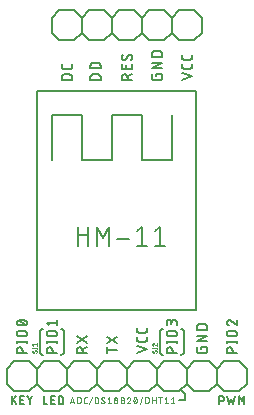
<source format=gto>
G04 EAGLE Gerber RS-274X export*
G75*
%MOMM*%
%FSLAX34Y34*%
%LPD*%
%INTop Silkscreen*%
%IPPOS*%
%AMOC8*
5,1,8,0,0,1.08239X$1,22.5*%
G01*
%ADD10C,0.152400*%
%ADD11C,0.101600*%
%ADD12C,0.127000*%
%ADD13C,0.203200*%
%ADD14C,0.025400*%


D10*
X105918Y51421D02*
X97282Y51421D01*
X97282Y49022D02*
X97282Y53820D01*
X97282Y62834D02*
X105918Y57077D01*
X105918Y62834D02*
X97282Y57077D01*
X80518Y49022D02*
X71882Y49022D01*
X71882Y51421D01*
X71884Y51518D01*
X71890Y51614D01*
X71899Y51710D01*
X71913Y51806D01*
X71930Y51901D01*
X71952Y51995D01*
X71977Y52088D01*
X72005Y52181D01*
X72038Y52272D01*
X72074Y52361D01*
X72114Y52449D01*
X72157Y52536D01*
X72203Y52621D01*
X72253Y52703D01*
X72307Y52784D01*
X72363Y52862D01*
X72423Y52938D01*
X72485Y53012D01*
X72551Y53083D01*
X72619Y53151D01*
X72690Y53217D01*
X72764Y53279D01*
X72840Y53339D01*
X72918Y53395D01*
X72999Y53449D01*
X73082Y53499D01*
X73166Y53545D01*
X73253Y53588D01*
X73341Y53628D01*
X73430Y53664D01*
X73521Y53697D01*
X73614Y53725D01*
X73707Y53750D01*
X73801Y53772D01*
X73896Y53789D01*
X73992Y53803D01*
X74088Y53812D01*
X74184Y53818D01*
X74281Y53820D01*
X74378Y53818D01*
X74474Y53812D01*
X74570Y53803D01*
X74666Y53789D01*
X74761Y53772D01*
X74855Y53750D01*
X74948Y53725D01*
X75041Y53697D01*
X75132Y53664D01*
X75221Y53628D01*
X75309Y53588D01*
X75396Y53545D01*
X75481Y53499D01*
X75563Y53449D01*
X75644Y53395D01*
X75722Y53339D01*
X75798Y53279D01*
X75872Y53217D01*
X75943Y53151D01*
X76011Y53083D01*
X76077Y53012D01*
X76139Y52938D01*
X76199Y52862D01*
X76255Y52784D01*
X76309Y52703D01*
X76359Y52621D01*
X76405Y52536D01*
X76448Y52449D01*
X76488Y52361D01*
X76524Y52272D01*
X76557Y52181D01*
X76585Y52088D01*
X76610Y51995D01*
X76632Y51901D01*
X76649Y51806D01*
X76663Y51710D01*
X76672Y51614D01*
X76678Y51518D01*
X76680Y51421D01*
X76680Y49022D01*
X76680Y51901D02*
X80518Y53820D01*
X80518Y57602D02*
X71882Y63359D01*
X71882Y57602D02*
X80518Y63359D01*
X122682Y49022D02*
X131318Y51901D01*
X122682Y54779D01*
X131318Y60527D02*
X131318Y62446D01*
X131318Y60527D02*
X131316Y60441D01*
X131310Y60355D01*
X131301Y60269D01*
X131287Y60184D01*
X131270Y60100D01*
X131249Y60016D01*
X131224Y59934D01*
X131196Y59853D01*
X131164Y59773D01*
X131128Y59694D01*
X131089Y59618D01*
X131046Y59543D01*
X131001Y59470D01*
X130952Y59399D01*
X130899Y59331D01*
X130844Y59264D01*
X130786Y59201D01*
X130725Y59140D01*
X130662Y59082D01*
X130595Y59027D01*
X130527Y58975D01*
X130456Y58925D01*
X130383Y58880D01*
X130308Y58837D01*
X130232Y58798D01*
X130153Y58762D01*
X130073Y58730D01*
X129992Y58702D01*
X129910Y58677D01*
X129826Y58656D01*
X129742Y58639D01*
X129657Y58625D01*
X129571Y58616D01*
X129485Y58610D01*
X129399Y58608D01*
X124601Y58608D01*
X124515Y58610D01*
X124429Y58616D01*
X124343Y58625D01*
X124258Y58639D01*
X124174Y58656D01*
X124090Y58677D01*
X124008Y58702D01*
X123927Y58730D01*
X123847Y58762D01*
X123768Y58798D01*
X123692Y58837D01*
X123617Y58880D01*
X123544Y58925D01*
X123473Y58974D01*
X123405Y59027D01*
X123338Y59082D01*
X123275Y59140D01*
X123214Y59201D01*
X123156Y59264D01*
X123101Y59331D01*
X123049Y59399D01*
X122999Y59470D01*
X122954Y59543D01*
X122911Y59618D01*
X122872Y59694D01*
X122836Y59773D01*
X122804Y59853D01*
X122776Y59934D01*
X122751Y60016D01*
X122730Y60100D01*
X122713Y60184D01*
X122699Y60269D01*
X122690Y60355D01*
X122684Y60441D01*
X122682Y60527D01*
X122682Y62446D01*
X131318Y68147D02*
X131318Y70066D01*
X131318Y68147D02*
X131316Y68061D01*
X131310Y67975D01*
X131301Y67889D01*
X131287Y67804D01*
X131270Y67720D01*
X131249Y67636D01*
X131224Y67554D01*
X131196Y67473D01*
X131164Y67393D01*
X131128Y67314D01*
X131089Y67238D01*
X131046Y67163D01*
X131001Y67090D01*
X130952Y67019D01*
X130899Y66951D01*
X130844Y66884D01*
X130786Y66821D01*
X130725Y66760D01*
X130662Y66702D01*
X130595Y66647D01*
X130527Y66595D01*
X130456Y66545D01*
X130383Y66500D01*
X130308Y66457D01*
X130232Y66418D01*
X130153Y66382D01*
X130073Y66350D01*
X129992Y66322D01*
X129910Y66297D01*
X129826Y66276D01*
X129742Y66259D01*
X129657Y66245D01*
X129571Y66236D01*
X129485Y66230D01*
X129399Y66228D01*
X129399Y66227D02*
X124601Y66227D01*
X124601Y66228D02*
X124515Y66230D01*
X124429Y66236D01*
X124343Y66245D01*
X124258Y66259D01*
X124174Y66276D01*
X124090Y66297D01*
X124008Y66322D01*
X123927Y66350D01*
X123847Y66382D01*
X123768Y66418D01*
X123692Y66457D01*
X123617Y66500D01*
X123544Y66545D01*
X123473Y66594D01*
X123405Y66647D01*
X123338Y66702D01*
X123275Y66760D01*
X123214Y66821D01*
X123156Y66884D01*
X123101Y66951D01*
X123049Y67019D01*
X122999Y67090D01*
X122954Y67163D01*
X122911Y67238D01*
X122872Y67314D01*
X122836Y67393D01*
X122804Y67473D01*
X122776Y67554D01*
X122751Y67636D01*
X122730Y67720D01*
X122713Y67804D01*
X122699Y67889D01*
X122690Y67975D01*
X122684Y68061D01*
X122682Y68147D01*
X122682Y70066D01*
X177320Y53820D02*
X177320Y52380D01*
X177320Y53820D02*
X182118Y53820D01*
X182118Y50941D01*
X182116Y50855D01*
X182110Y50769D01*
X182101Y50683D01*
X182087Y50598D01*
X182070Y50514D01*
X182049Y50430D01*
X182024Y50348D01*
X181996Y50267D01*
X181964Y50187D01*
X181928Y50108D01*
X181889Y50032D01*
X181846Y49957D01*
X181801Y49884D01*
X181752Y49813D01*
X181699Y49745D01*
X181644Y49678D01*
X181586Y49615D01*
X181525Y49554D01*
X181462Y49496D01*
X181395Y49441D01*
X181327Y49389D01*
X181256Y49339D01*
X181183Y49294D01*
X181108Y49251D01*
X181032Y49212D01*
X180953Y49176D01*
X180873Y49144D01*
X180792Y49116D01*
X180710Y49091D01*
X180626Y49070D01*
X180542Y49053D01*
X180457Y49039D01*
X180371Y49030D01*
X180285Y49024D01*
X180199Y49022D01*
X175401Y49022D01*
X175315Y49024D01*
X175229Y49030D01*
X175143Y49039D01*
X175058Y49053D01*
X174974Y49070D01*
X174890Y49091D01*
X174808Y49116D01*
X174727Y49144D01*
X174647Y49176D01*
X174568Y49212D01*
X174492Y49251D01*
X174417Y49294D01*
X174344Y49339D01*
X174273Y49388D01*
X174205Y49441D01*
X174138Y49496D01*
X174075Y49554D01*
X174014Y49615D01*
X173956Y49678D01*
X173901Y49745D01*
X173849Y49813D01*
X173799Y49884D01*
X173754Y49957D01*
X173711Y50032D01*
X173672Y50108D01*
X173636Y50187D01*
X173604Y50267D01*
X173576Y50348D01*
X173551Y50430D01*
X173530Y50514D01*
X173513Y50598D01*
X173499Y50683D01*
X173490Y50769D01*
X173484Y50855D01*
X173482Y50941D01*
X173482Y53820D01*
X173482Y58776D02*
X182118Y58776D01*
X182118Y63573D02*
X173482Y58776D01*
X173482Y63573D02*
X182118Y63573D01*
X182118Y68529D02*
X173482Y68529D01*
X173482Y70928D01*
X173484Y71025D01*
X173490Y71121D01*
X173499Y71217D01*
X173513Y71313D01*
X173530Y71408D01*
X173552Y71502D01*
X173577Y71595D01*
X173605Y71688D01*
X173638Y71779D01*
X173674Y71868D01*
X173714Y71956D01*
X173757Y72043D01*
X173803Y72128D01*
X173853Y72210D01*
X173907Y72291D01*
X173963Y72369D01*
X174023Y72445D01*
X174085Y72519D01*
X174151Y72590D01*
X174219Y72658D01*
X174290Y72724D01*
X174364Y72786D01*
X174440Y72846D01*
X174518Y72902D01*
X174599Y72956D01*
X174682Y73006D01*
X174766Y73052D01*
X174853Y73095D01*
X174941Y73135D01*
X175030Y73171D01*
X175121Y73204D01*
X175214Y73232D01*
X175307Y73257D01*
X175401Y73279D01*
X175496Y73296D01*
X175592Y73310D01*
X175688Y73319D01*
X175784Y73325D01*
X175881Y73327D01*
X179719Y73327D01*
X179816Y73325D01*
X179912Y73319D01*
X180008Y73310D01*
X180104Y73296D01*
X180199Y73279D01*
X180293Y73257D01*
X180386Y73232D01*
X180479Y73204D01*
X180570Y73171D01*
X180659Y73135D01*
X180747Y73095D01*
X180834Y73052D01*
X180919Y73006D01*
X181001Y72956D01*
X181082Y72902D01*
X181160Y72846D01*
X181236Y72786D01*
X181310Y72724D01*
X181381Y72658D01*
X181449Y72590D01*
X181515Y72519D01*
X181577Y72445D01*
X181637Y72369D01*
X181693Y72291D01*
X181747Y72210D01*
X181797Y72128D01*
X181843Y72043D01*
X181886Y71956D01*
X181926Y71868D01*
X181962Y71779D01*
X181995Y71688D01*
X182023Y71595D01*
X182048Y71502D01*
X182070Y71408D01*
X182087Y71313D01*
X182101Y71217D01*
X182110Y71121D01*
X182116Y71025D01*
X182118Y70928D01*
X182118Y68529D01*
X198882Y49022D02*
X207518Y49022D01*
X198882Y49022D02*
X198882Y51421D01*
X198884Y51518D01*
X198890Y51614D01*
X198899Y51710D01*
X198913Y51806D01*
X198930Y51901D01*
X198952Y51995D01*
X198977Y52088D01*
X199005Y52181D01*
X199038Y52272D01*
X199074Y52361D01*
X199114Y52449D01*
X199157Y52536D01*
X199203Y52621D01*
X199253Y52703D01*
X199307Y52784D01*
X199363Y52862D01*
X199423Y52938D01*
X199485Y53012D01*
X199551Y53083D01*
X199619Y53151D01*
X199690Y53217D01*
X199764Y53279D01*
X199840Y53339D01*
X199918Y53395D01*
X199999Y53449D01*
X200082Y53499D01*
X200166Y53545D01*
X200253Y53588D01*
X200341Y53628D01*
X200430Y53664D01*
X200521Y53697D01*
X200614Y53725D01*
X200707Y53750D01*
X200801Y53772D01*
X200896Y53789D01*
X200992Y53803D01*
X201088Y53812D01*
X201184Y53818D01*
X201281Y53820D01*
X201378Y53818D01*
X201474Y53812D01*
X201570Y53803D01*
X201666Y53789D01*
X201761Y53772D01*
X201855Y53750D01*
X201948Y53725D01*
X202041Y53697D01*
X202132Y53664D01*
X202221Y53628D01*
X202309Y53588D01*
X202396Y53545D01*
X202481Y53499D01*
X202563Y53449D01*
X202644Y53395D01*
X202722Y53339D01*
X202798Y53279D01*
X202872Y53217D01*
X202943Y53151D01*
X203011Y53083D01*
X203077Y53012D01*
X203139Y52938D01*
X203199Y52862D01*
X203255Y52784D01*
X203309Y52703D01*
X203359Y52621D01*
X203405Y52536D01*
X203448Y52449D01*
X203488Y52361D01*
X203524Y52272D01*
X203557Y52181D01*
X203585Y52088D01*
X203610Y51995D01*
X203632Y51901D01*
X203649Y51806D01*
X203663Y51710D01*
X203672Y51614D01*
X203678Y51518D01*
X203680Y51421D01*
X203680Y49022D01*
X207518Y58236D02*
X198882Y58236D01*
X207518Y57277D02*
X207518Y59196D01*
X198882Y59196D02*
X198882Y57277D01*
X201281Y63153D02*
X205119Y63153D01*
X201281Y63153D02*
X201184Y63155D01*
X201088Y63161D01*
X200992Y63170D01*
X200896Y63184D01*
X200801Y63201D01*
X200707Y63223D01*
X200614Y63248D01*
X200521Y63276D01*
X200430Y63309D01*
X200341Y63345D01*
X200253Y63385D01*
X200166Y63428D01*
X200081Y63474D01*
X199999Y63524D01*
X199918Y63578D01*
X199840Y63634D01*
X199764Y63694D01*
X199690Y63756D01*
X199619Y63822D01*
X199551Y63890D01*
X199485Y63961D01*
X199423Y64035D01*
X199363Y64111D01*
X199307Y64189D01*
X199253Y64270D01*
X199203Y64353D01*
X199157Y64437D01*
X199114Y64524D01*
X199074Y64612D01*
X199038Y64701D01*
X199005Y64792D01*
X198977Y64885D01*
X198952Y64978D01*
X198930Y65072D01*
X198913Y65167D01*
X198899Y65263D01*
X198890Y65359D01*
X198884Y65455D01*
X198882Y65552D01*
X198884Y65649D01*
X198890Y65745D01*
X198899Y65841D01*
X198913Y65937D01*
X198930Y66032D01*
X198952Y66126D01*
X198977Y66219D01*
X199005Y66312D01*
X199038Y66403D01*
X199074Y66492D01*
X199114Y66580D01*
X199157Y66667D01*
X199203Y66752D01*
X199253Y66834D01*
X199307Y66915D01*
X199363Y66993D01*
X199423Y67069D01*
X199485Y67143D01*
X199551Y67214D01*
X199619Y67282D01*
X199690Y67348D01*
X199764Y67410D01*
X199840Y67470D01*
X199918Y67526D01*
X199999Y67580D01*
X200082Y67630D01*
X200166Y67676D01*
X200253Y67719D01*
X200341Y67759D01*
X200430Y67795D01*
X200521Y67828D01*
X200614Y67856D01*
X200707Y67881D01*
X200801Y67903D01*
X200896Y67920D01*
X200992Y67934D01*
X201088Y67943D01*
X201184Y67949D01*
X201281Y67951D01*
X205119Y67951D01*
X205216Y67949D01*
X205312Y67943D01*
X205408Y67934D01*
X205504Y67920D01*
X205599Y67903D01*
X205693Y67881D01*
X205786Y67856D01*
X205879Y67828D01*
X205970Y67795D01*
X206059Y67759D01*
X206147Y67719D01*
X206234Y67676D01*
X206319Y67630D01*
X206401Y67580D01*
X206482Y67526D01*
X206560Y67470D01*
X206636Y67410D01*
X206710Y67348D01*
X206781Y67282D01*
X206849Y67214D01*
X206915Y67143D01*
X206977Y67069D01*
X207037Y66993D01*
X207093Y66915D01*
X207147Y66834D01*
X207197Y66751D01*
X207243Y66667D01*
X207286Y66580D01*
X207326Y66492D01*
X207362Y66403D01*
X207395Y66312D01*
X207423Y66219D01*
X207448Y66126D01*
X207470Y66032D01*
X207487Y65937D01*
X207501Y65841D01*
X207510Y65745D01*
X207516Y65649D01*
X207518Y65552D01*
X207516Y65455D01*
X207510Y65359D01*
X207501Y65263D01*
X207487Y65167D01*
X207470Y65072D01*
X207448Y64978D01*
X207423Y64885D01*
X207395Y64792D01*
X207362Y64701D01*
X207326Y64612D01*
X207286Y64524D01*
X207243Y64437D01*
X207197Y64352D01*
X207147Y64270D01*
X207093Y64189D01*
X207037Y64111D01*
X206977Y64035D01*
X206915Y63961D01*
X206849Y63890D01*
X206781Y63822D01*
X206710Y63756D01*
X206636Y63694D01*
X206560Y63634D01*
X206482Y63578D01*
X206401Y63524D01*
X206319Y63474D01*
X206234Y63428D01*
X206147Y63385D01*
X206059Y63345D01*
X205970Y63309D01*
X205879Y63276D01*
X205786Y63248D01*
X205693Y63223D01*
X205599Y63201D01*
X205504Y63184D01*
X205408Y63170D01*
X205312Y63161D01*
X205216Y63155D01*
X205119Y63153D01*
X198882Y74936D02*
X198884Y75028D01*
X198890Y75119D01*
X198899Y75210D01*
X198913Y75301D01*
X198930Y75391D01*
X198952Y75480D01*
X198977Y75568D01*
X199005Y75655D01*
X199038Y75741D01*
X199074Y75825D01*
X199113Y75908D01*
X199156Y75989D01*
X199203Y76068D01*
X199252Y76145D01*
X199305Y76220D01*
X199361Y76292D01*
X199420Y76362D01*
X199482Y76430D01*
X199547Y76495D01*
X199615Y76557D01*
X199685Y76616D01*
X199757Y76672D01*
X199832Y76725D01*
X199909Y76774D01*
X199988Y76821D01*
X200069Y76864D01*
X200152Y76903D01*
X200236Y76939D01*
X200322Y76972D01*
X200409Y77000D01*
X200497Y77025D01*
X200586Y77047D01*
X200676Y77064D01*
X200767Y77078D01*
X200858Y77087D01*
X200949Y77093D01*
X201041Y77095D01*
X198882Y74936D02*
X198884Y74833D01*
X198890Y74731D01*
X198899Y74629D01*
X198912Y74527D01*
X198929Y74426D01*
X198950Y74325D01*
X198974Y74226D01*
X199003Y74127D01*
X199034Y74030D01*
X199070Y73933D01*
X199108Y73838D01*
X199151Y73745D01*
X199197Y73653D01*
X199246Y73563D01*
X199298Y73475D01*
X199354Y73388D01*
X199413Y73304D01*
X199474Y73223D01*
X199539Y73143D01*
X199607Y73066D01*
X199678Y72991D01*
X199751Y72920D01*
X199827Y72851D01*
X199905Y72784D01*
X199986Y72721D01*
X200069Y72661D01*
X200154Y72604D01*
X200241Y72550D01*
X200331Y72499D01*
X200422Y72452D01*
X200514Y72408D01*
X200609Y72367D01*
X200704Y72330D01*
X200801Y72297D01*
X202720Y76375D02*
X202654Y76442D01*
X202585Y76506D01*
X202514Y76567D01*
X202440Y76625D01*
X202364Y76680D01*
X202286Y76732D01*
X202206Y76781D01*
X202124Y76827D01*
X202040Y76869D01*
X201954Y76908D01*
X201867Y76943D01*
X201779Y76974D01*
X201689Y77002D01*
X201599Y77027D01*
X201507Y77048D01*
X201415Y77065D01*
X201322Y77078D01*
X201229Y77087D01*
X201135Y77093D01*
X201041Y77095D01*
X202720Y76375D02*
X207518Y72297D01*
X207518Y77095D01*
X156718Y49022D02*
X148082Y49022D01*
X148082Y51421D01*
X148084Y51518D01*
X148090Y51614D01*
X148099Y51710D01*
X148113Y51806D01*
X148130Y51901D01*
X148152Y51995D01*
X148177Y52088D01*
X148205Y52181D01*
X148238Y52272D01*
X148274Y52361D01*
X148314Y52449D01*
X148357Y52536D01*
X148403Y52621D01*
X148453Y52703D01*
X148507Y52784D01*
X148563Y52862D01*
X148623Y52938D01*
X148685Y53012D01*
X148751Y53083D01*
X148819Y53151D01*
X148890Y53217D01*
X148964Y53279D01*
X149040Y53339D01*
X149118Y53395D01*
X149199Y53449D01*
X149282Y53499D01*
X149366Y53545D01*
X149453Y53588D01*
X149541Y53628D01*
X149630Y53664D01*
X149721Y53697D01*
X149814Y53725D01*
X149907Y53750D01*
X150001Y53772D01*
X150096Y53789D01*
X150192Y53803D01*
X150288Y53812D01*
X150384Y53818D01*
X150481Y53820D01*
X150578Y53818D01*
X150674Y53812D01*
X150770Y53803D01*
X150866Y53789D01*
X150961Y53772D01*
X151055Y53750D01*
X151148Y53725D01*
X151241Y53697D01*
X151332Y53664D01*
X151421Y53628D01*
X151509Y53588D01*
X151596Y53545D01*
X151681Y53499D01*
X151763Y53449D01*
X151844Y53395D01*
X151922Y53339D01*
X151998Y53279D01*
X152072Y53217D01*
X152143Y53151D01*
X152211Y53083D01*
X152277Y53012D01*
X152339Y52938D01*
X152399Y52862D01*
X152455Y52784D01*
X152509Y52703D01*
X152559Y52621D01*
X152605Y52536D01*
X152648Y52449D01*
X152688Y52361D01*
X152724Y52272D01*
X152757Y52181D01*
X152785Y52088D01*
X152810Y51995D01*
X152832Y51901D01*
X152849Y51806D01*
X152863Y51710D01*
X152872Y51614D01*
X152878Y51518D01*
X152880Y51421D01*
X152880Y49022D01*
X156718Y58236D02*
X148082Y58236D01*
X156718Y57277D02*
X156718Y59196D01*
X148082Y59196D02*
X148082Y57277D01*
X150481Y63153D02*
X154319Y63153D01*
X150481Y63153D02*
X150384Y63155D01*
X150288Y63161D01*
X150192Y63170D01*
X150096Y63184D01*
X150001Y63201D01*
X149907Y63223D01*
X149814Y63248D01*
X149721Y63276D01*
X149630Y63309D01*
X149541Y63345D01*
X149453Y63385D01*
X149366Y63428D01*
X149281Y63474D01*
X149199Y63524D01*
X149118Y63578D01*
X149040Y63634D01*
X148964Y63694D01*
X148890Y63756D01*
X148819Y63822D01*
X148751Y63890D01*
X148685Y63961D01*
X148623Y64035D01*
X148563Y64111D01*
X148507Y64189D01*
X148453Y64270D01*
X148403Y64353D01*
X148357Y64437D01*
X148314Y64524D01*
X148274Y64612D01*
X148238Y64701D01*
X148205Y64792D01*
X148177Y64885D01*
X148152Y64978D01*
X148130Y65072D01*
X148113Y65167D01*
X148099Y65263D01*
X148090Y65359D01*
X148084Y65455D01*
X148082Y65552D01*
X148084Y65649D01*
X148090Y65745D01*
X148099Y65841D01*
X148113Y65937D01*
X148130Y66032D01*
X148152Y66126D01*
X148177Y66219D01*
X148205Y66312D01*
X148238Y66403D01*
X148274Y66492D01*
X148314Y66580D01*
X148357Y66667D01*
X148403Y66752D01*
X148453Y66834D01*
X148507Y66915D01*
X148563Y66993D01*
X148623Y67069D01*
X148685Y67143D01*
X148751Y67214D01*
X148819Y67282D01*
X148890Y67348D01*
X148964Y67410D01*
X149040Y67470D01*
X149118Y67526D01*
X149199Y67580D01*
X149282Y67630D01*
X149366Y67676D01*
X149453Y67719D01*
X149541Y67759D01*
X149630Y67795D01*
X149721Y67828D01*
X149814Y67856D01*
X149907Y67881D01*
X150001Y67903D01*
X150096Y67920D01*
X150192Y67934D01*
X150288Y67943D01*
X150384Y67949D01*
X150481Y67951D01*
X154319Y67951D01*
X154416Y67949D01*
X154512Y67943D01*
X154608Y67934D01*
X154704Y67920D01*
X154799Y67903D01*
X154893Y67881D01*
X154986Y67856D01*
X155079Y67828D01*
X155170Y67795D01*
X155259Y67759D01*
X155347Y67719D01*
X155434Y67676D01*
X155519Y67630D01*
X155601Y67580D01*
X155682Y67526D01*
X155760Y67470D01*
X155836Y67410D01*
X155910Y67348D01*
X155981Y67282D01*
X156049Y67214D01*
X156115Y67143D01*
X156177Y67069D01*
X156237Y66993D01*
X156293Y66915D01*
X156347Y66834D01*
X156397Y66751D01*
X156443Y66667D01*
X156486Y66580D01*
X156526Y66492D01*
X156562Y66403D01*
X156595Y66312D01*
X156623Y66219D01*
X156648Y66126D01*
X156670Y66032D01*
X156687Y65937D01*
X156701Y65841D01*
X156710Y65745D01*
X156716Y65649D01*
X156718Y65552D01*
X156716Y65455D01*
X156710Y65359D01*
X156701Y65263D01*
X156687Y65167D01*
X156670Y65072D01*
X156648Y64978D01*
X156623Y64885D01*
X156595Y64792D01*
X156562Y64701D01*
X156526Y64612D01*
X156486Y64524D01*
X156443Y64437D01*
X156397Y64352D01*
X156347Y64270D01*
X156293Y64189D01*
X156237Y64111D01*
X156177Y64035D01*
X156115Y63961D01*
X156049Y63890D01*
X155981Y63822D01*
X155910Y63756D01*
X155836Y63694D01*
X155760Y63634D01*
X155682Y63578D01*
X155601Y63524D01*
X155519Y63474D01*
X155434Y63428D01*
X155347Y63385D01*
X155259Y63345D01*
X155170Y63309D01*
X155079Y63276D01*
X154986Y63248D01*
X154893Y63223D01*
X154799Y63201D01*
X154704Y63184D01*
X154608Y63170D01*
X154512Y63161D01*
X154416Y63155D01*
X154319Y63153D01*
X156718Y72297D02*
X156718Y74696D01*
X156716Y74793D01*
X156710Y74889D01*
X156701Y74985D01*
X156687Y75081D01*
X156670Y75176D01*
X156648Y75270D01*
X156623Y75363D01*
X156595Y75456D01*
X156562Y75547D01*
X156526Y75636D01*
X156486Y75724D01*
X156443Y75811D01*
X156397Y75896D01*
X156347Y75978D01*
X156293Y76059D01*
X156237Y76137D01*
X156177Y76213D01*
X156115Y76287D01*
X156049Y76358D01*
X155981Y76426D01*
X155910Y76492D01*
X155836Y76554D01*
X155760Y76614D01*
X155682Y76670D01*
X155601Y76724D01*
X155519Y76774D01*
X155434Y76820D01*
X155347Y76863D01*
X155259Y76903D01*
X155170Y76939D01*
X155079Y76972D01*
X154986Y77000D01*
X154893Y77025D01*
X154799Y77047D01*
X154704Y77064D01*
X154608Y77078D01*
X154512Y77087D01*
X154416Y77093D01*
X154319Y77095D01*
X154222Y77093D01*
X154126Y77087D01*
X154030Y77078D01*
X153934Y77064D01*
X153839Y77047D01*
X153745Y77025D01*
X153652Y77000D01*
X153559Y76972D01*
X153468Y76939D01*
X153379Y76903D01*
X153291Y76863D01*
X153204Y76820D01*
X153120Y76774D01*
X153037Y76724D01*
X152956Y76670D01*
X152878Y76614D01*
X152802Y76554D01*
X152728Y76492D01*
X152657Y76426D01*
X152589Y76358D01*
X152523Y76287D01*
X152461Y76213D01*
X152401Y76137D01*
X152345Y76059D01*
X152291Y75978D01*
X152241Y75896D01*
X152195Y75811D01*
X152152Y75724D01*
X152112Y75636D01*
X152076Y75547D01*
X152043Y75456D01*
X152015Y75363D01*
X151990Y75270D01*
X151968Y75176D01*
X151951Y75081D01*
X151937Y74985D01*
X151928Y74889D01*
X151922Y74793D01*
X151920Y74696D01*
X148082Y75175D02*
X148082Y72297D01*
X148082Y75175D02*
X148084Y75261D01*
X148090Y75347D01*
X148099Y75433D01*
X148113Y75518D01*
X148130Y75602D01*
X148151Y75686D01*
X148176Y75768D01*
X148204Y75849D01*
X148236Y75929D01*
X148272Y76008D01*
X148311Y76084D01*
X148354Y76159D01*
X148399Y76232D01*
X148448Y76303D01*
X148501Y76371D01*
X148556Y76438D01*
X148614Y76501D01*
X148675Y76562D01*
X148738Y76620D01*
X148805Y76675D01*
X148873Y76728D01*
X148944Y76777D01*
X149017Y76822D01*
X149092Y76865D01*
X149168Y76904D01*
X149247Y76940D01*
X149327Y76972D01*
X149408Y77000D01*
X149490Y77025D01*
X149574Y77046D01*
X149658Y77063D01*
X149743Y77077D01*
X149829Y77086D01*
X149915Y77092D01*
X150001Y77094D01*
X150087Y77092D01*
X150173Y77086D01*
X150259Y77077D01*
X150344Y77063D01*
X150428Y77046D01*
X150512Y77025D01*
X150594Y77000D01*
X150675Y76972D01*
X150755Y76940D01*
X150834Y76904D01*
X150910Y76865D01*
X150985Y76822D01*
X151058Y76777D01*
X151129Y76728D01*
X151197Y76675D01*
X151264Y76620D01*
X151327Y76562D01*
X151388Y76501D01*
X151446Y76438D01*
X151501Y76371D01*
X151554Y76303D01*
X151603Y76232D01*
X151648Y76159D01*
X151691Y76084D01*
X151730Y76008D01*
X151766Y75929D01*
X151798Y75849D01*
X151826Y75768D01*
X151851Y75686D01*
X151872Y75602D01*
X151889Y75518D01*
X151903Y75433D01*
X151912Y75347D01*
X151918Y75261D01*
X151920Y75175D01*
X151920Y73256D01*
X55118Y49022D02*
X46482Y49022D01*
X46482Y51421D01*
X46484Y51518D01*
X46490Y51614D01*
X46499Y51710D01*
X46513Y51806D01*
X46530Y51901D01*
X46552Y51995D01*
X46577Y52088D01*
X46605Y52181D01*
X46638Y52272D01*
X46674Y52361D01*
X46714Y52449D01*
X46757Y52536D01*
X46803Y52621D01*
X46853Y52703D01*
X46907Y52784D01*
X46963Y52862D01*
X47023Y52938D01*
X47085Y53012D01*
X47151Y53083D01*
X47219Y53151D01*
X47290Y53217D01*
X47364Y53279D01*
X47440Y53339D01*
X47518Y53395D01*
X47599Y53449D01*
X47682Y53499D01*
X47766Y53545D01*
X47853Y53588D01*
X47941Y53628D01*
X48030Y53664D01*
X48121Y53697D01*
X48214Y53725D01*
X48307Y53750D01*
X48401Y53772D01*
X48496Y53789D01*
X48592Y53803D01*
X48688Y53812D01*
X48784Y53818D01*
X48881Y53820D01*
X48978Y53818D01*
X49074Y53812D01*
X49170Y53803D01*
X49266Y53789D01*
X49361Y53772D01*
X49455Y53750D01*
X49548Y53725D01*
X49641Y53697D01*
X49732Y53664D01*
X49821Y53628D01*
X49909Y53588D01*
X49996Y53545D01*
X50081Y53499D01*
X50163Y53449D01*
X50244Y53395D01*
X50322Y53339D01*
X50398Y53279D01*
X50472Y53217D01*
X50543Y53151D01*
X50611Y53083D01*
X50677Y53012D01*
X50739Y52938D01*
X50799Y52862D01*
X50855Y52784D01*
X50909Y52703D01*
X50959Y52621D01*
X51005Y52536D01*
X51048Y52449D01*
X51088Y52361D01*
X51124Y52272D01*
X51157Y52181D01*
X51185Y52088D01*
X51210Y51995D01*
X51232Y51901D01*
X51249Y51806D01*
X51263Y51710D01*
X51272Y51614D01*
X51278Y51518D01*
X51280Y51421D01*
X51280Y49022D01*
X55118Y58236D02*
X46482Y58236D01*
X55118Y57277D02*
X55118Y59196D01*
X46482Y59196D02*
X46482Y57277D01*
X48881Y63153D02*
X52719Y63153D01*
X48881Y63153D02*
X48784Y63155D01*
X48688Y63161D01*
X48592Y63170D01*
X48496Y63184D01*
X48401Y63201D01*
X48307Y63223D01*
X48214Y63248D01*
X48121Y63276D01*
X48030Y63309D01*
X47941Y63345D01*
X47853Y63385D01*
X47766Y63428D01*
X47681Y63474D01*
X47599Y63524D01*
X47518Y63578D01*
X47440Y63634D01*
X47364Y63694D01*
X47290Y63756D01*
X47219Y63822D01*
X47151Y63890D01*
X47085Y63961D01*
X47023Y64035D01*
X46963Y64111D01*
X46907Y64189D01*
X46853Y64270D01*
X46803Y64353D01*
X46757Y64437D01*
X46714Y64524D01*
X46674Y64612D01*
X46638Y64701D01*
X46605Y64792D01*
X46577Y64885D01*
X46552Y64978D01*
X46530Y65072D01*
X46513Y65167D01*
X46499Y65263D01*
X46490Y65359D01*
X46484Y65455D01*
X46482Y65552D01*
X46484Y65649D01*
X46490Y65745D01*
X46499Y65841D01*
X46513Y65937D01*
X46530Y66032D01*
X46552Y66126D01*
X46577Y66219D01*
X46605Y66312D01*
X46638Y66403D01*
X46674Y66492D01*
X46714Y66580D01*
X46757Y66667D01*
X46803Y66752D01*
X46853Y66834D01*
X46907Y66915D01*
X46963Y66993D01*
X47023Y67069D01*
X47085Y67143D01*
X47151Y67214D01*
X47219Y67282D01*
X47290Y67348D01*
X47364Y67410D01*
X47440Y67470D01*
X47518Y67526D01*
X47599Y67580D01*
X47682Y67630D01*
X47766Y67676D01*
X47853Y67719D01*
X47941Y67759D01*
X48030Y67795D01*
X48121Y67828D01*
X48214Y67856D01*
X48307Y67881D01*
X48401Y67903D01*
X48496Y67920D01*
X48592Y67934D01*
X48688Y67943D01*
X48784Y67949D01*
X48881Y67951D01*
X52719Y67951D01*
X52816Y67949D01*
X52912Y67943D01*
X53008Y67934D01*
X53104Y67920D01*
X53199Y67903D01*
X53293Y67881D01*
X53386Y67856D01*
X53479Y67828D01*
X53570Y67795D01*
X53659Y67759D01*
X53747Y67719D01*
X53834Y67676D01*
X53919Y67630D01*
X54001Y67580D01*
X54082Y67526D01*
X54160Y67470D01*
X54236Y67410D01*
X54310Y67348D01*
X54381Y67282D01*
X54449Y67214D01*
X54515Y67143D01*
X54577Y67069D01*
X54637Y66993D01*
X54693Y66915D01*
X54747Y66834D01*
X54797Y66751D01*
X54843Y66667D01*
X54886Y66580D01*
X54926Y66492D01*
X54962Y66403D01*
X54995Y66312D01*
X55023Y66219D01*
X55048Y66126D01*
X55070Y66032D01*
X55087Y65937D01*
X55101Y65841D01*
X55110Y65745D01*
X55116Y65649D01*
X55118Y65552D01*
X55116Y65455D01*
X55110Y65359D01*
X55101Y65263D01*
X55087Y65167D01*
X55070Y65072D01*
X55048Y64978D01*
X55023Y64885D01*
X54995Y64792D01*
X54962Y64701D01*
X54926Y64612D01*
X54886Y64524D01*
X54843Y64437D01*
X54797Y64352D01*
X54747Y64270D01*
X54693Y64189D01*
X54637Y64111D01*
X54577Y64035D01*
X54515Y63961D01*
X54449Y63890D01*
X54381Y63822D01*
X54310Y63756D01*
X54236Y63694D01*
X54160Y63634D01*
X54082Y63578D01*
X54001Y63524D01*
X53918Y63474D01*
X53834Y63428D01*
X53747Y63385D01*
X53659Y63345D01*
X53570Y63309D01*
X53479Y63276D01*
X53386Y63248D01*
X53293Y63223D01*
X53199Y63201D01*
X53104Y63184D01*
X53008Y63170D01*
X52912Y63161D01*
X52816Y63155D01*
X52719Y63153D01*
X48401Y72297D02*
X46482Y74696D01*
X55118Y74696D01*
X55118Y72297D02*
X55118Y77095D01*
X29718Y49022D02*
X21082Y49022D01*
X21082Y51421D01*
X21084Y51518D01*
X21090Y51614D01*
X21099Y51710D01*
X21113Y51806D01*
X21130Y51901D01*
X21152Y51995D01*
X21177Y52088D01*
X21205Y52181D01*
X21238Y52272D01*
X21274Y52361D01*
X21314Y52449D01*
X21357Y52536D01*
X21403Y52621D01*
X21453Y52703D01*
X21507Y52784D01*
X21563Y52862D01*
X21623Y52938D01*
X21685Y53012D01*
X21751Y53083D01*
X21819Y53151D01*
X21890Y53217D01*
X21964Y53279D01*
X22040Y53339D01*
X22118Y53395D01*
X22199Y53449D01*
X22282Y53499D01*
X22366Y53545D01*
X22453Y53588D01*
X22541Y53628D01*
X22630Y53664D01*
X22721Y53697D01*
X22814Y53725D01*
X22907Y53750D01*
X23001Y53772D01*
X23096Y53789D01*
X23192Y53803D01*
X23288Y53812D01*
X23384Y53818D01*
X23481Y53820D01*
X23578Y53818D01*
X23674Y53812D01*
X23770Y53803D01*
X23866Y53789D01*
X23961Y53772D01*
X24055Y53750D01*
X24148Y53725D01*
X24241Y53697D01*
X24332Y53664D01*
X24421Y53628D01*
X24509Y53588D01*
X24596Y53545D01*
X24681Y53499D01*
X24763Y53449D01*
X24844Y53395D01*
X24922Y53339D01*
X24998Y53279D01*
X25072Y53217D01*
X25143Y53151D01*
X25211Y53083D01*
X25277Y53012D01*
X25339Y52938D01*
X25399Y52862D01*
X25455Y52784D01*
X25509Y52703D01*
X25559Y52621D01*
X25605Y52536D01*
X25648Y52449D01*
X25688Y52361D01*
X25724Y52272D01*
X25757Y52181D01*
X25785Y52088D01*
X25810Y51995D01*
X25832Y51901D01*
X25849Y51806D01*
X25863Y51710D01*
X25872Y51614D01*
X25878Y51518D01*
X25880Y51421D01*
X25880Y49022D01*
X29718Y58236D02*
X21082Y58236D01*
X29718Y57277D02*
X29718Y59196D01*
X21082Y59196D02*
X21082Y57277D01*
X23481Y63153D02*
X27319Y63153D01*
X23481Y63153D02*
X23384Y63155D01*
X23288Y63161D01*
X23192Y63170D01*
X23096Y63184D01*
X23001Y63201D01*
X22907Y63223D01*
X22814Y63248D01*
X22721Y63276D01*
X22630Y63309D01*
X22541Y63345D01*
X22453Y63385D01*
X22366Y63428D01*
X22281Y63474D01*
X22199Y63524D01*
X22118Y63578D01*
X22040Y63634D01*
X21964Y63694D01*
X21890Y63756D01*
X21819Y63822D01*
X21751Y63890D01*
X21685Y63961D01*
X21623Y64035D01*
X21563Y64111D01*
X21507Y64189D01*
X21453Y64270D01*
X21403Y64353D01*
X21357Y64437D01*
X21314Y64524D01*
X21274Y64612D01*
X21238Y64701D01*
X21205Y64792D01*
X21177Y64885D01*
X21152Y64978D01*
X21130Y65072D01*
X21113Y65167D01*
X21099Y65263D01*
X21090Y65359D01*
X21084Y65455D01*
X21082Y65552D01*
X21084Y65649D01*
X21090Y65745D01*
X21099Y65841D01*
X21113Y65937D01*
X21130Y66032D01*
X21152Y66126D01*
X21177Y66219D01*
X21205Y66312D01*
X21238Y66403D01*
X21274Y66492D01*
X21314Y66580D01*
X21357Y66667D01*
X21403Y66752D01*
X21453Y66834D01*
X21507Y66915D01*
X21563Y66993D01*
X21623Y67069D01*
X21685Y67143D01*
X21751Y67214D01*
X21819Y67282D01*
X21890Y67348D01*
X21964Y67410D01*
X22040Y67470D01*
X22118Y67526D01*
X22199Y67580D01*
X22282Y67630D01*
X22366Y67676D01*
X22453Y67719D01*
X22541Y67759D01*
X22630Y67795D01*
X22721Y67828D01*
X22814Y67856D01*
X22907Y67881D01*
X23001Y67903D01*
X23096Y67920D01*
X23192Y67934D01*
X23288Y67943D01*
X23384Y67949D01*
X23481Y67951D01*
X27319Y67951D01*
X27416Y67949D01*
X27512Y67943D01*
X27608Y67934D01*
X27704Y67920D01*
X27799Y67903D01*
X27893Y67881D01*
X27986Y67856D01*
X28079Y67828D01*
X28170Y67795D01*
X28259Y67759D01*
X28347Y67719D01*
X28434Y67676D01*
X28519Y67630D01*
X28601Y67580D01*
X28682Y67526D01*
X28760Y67470D01*
X28836Y67410D01*
X28910Y67348D01*
X28981Y67282D01*
X29049Y67214D01*
X29115Y67143D01*
X29177Y67069D01*
X29237Y66993D01*
X29293Y66915D01*
X29347Y66834D01*
X29397Y66751D01*
X29443Y66667D01*
X29486Y66580D01*
X29526Y66492D01*
X29562Y66403D01*
X29595Y66312D01*
X29623Y66219D01*
X29648Y66126D01*
X29670Y66032D01*
X29687Y65937D01*
X29701Y65841D01*
X29710Y65745D01*
X29716Y65649D01*
X29718Y65552D01*
X29716Y65455D01*
X29710Y65359D01*
X29701Y65263D01*
X29687Y65167D01*
X29670Y65072D01*
X29648Y64978D01*
X29623Y64885D01*
X29595Y64792D01*
X29562Y64701D01*
X29526Y64612D01*
X29486Y64524D01*
X29443Y64437D01*
X29397Y64352D01*
X29347Y64270D01*
X29293Y64189D01*
X29237Y64111D01*
X29177Y64035D01*
X29115Y63961D01*
X29049Y63890D01*
X28981Y63822D01*
X28910Y63756D01*
X28836Y63694D01*
X28760Y63634D01*
X28682Y63578D01*
X28601Y63524D01*
X28518Y63474D01*
X28434Y63428D01*
X28347Y63385D01*
X28259Y63345D01*
X28170Y63309D01*
X28079Y63276D01*
X27986Y63248D01*
X27893Y63223D01*
X27799Y63201D01*
X27704Y63184D01*
X27608Y63170D01*
X27512Y63161D01*
X27416Y63155D01*
X27319Y63153D01*
X25400Y72297D02*
X25230Y72299D01*
X25060Y72305D01*
X24891Y72315D01*
X24721Y72329D01*
X24552Y72348D01*
X24384Y72370D01*
X24216Y72396D01*
X24049Y72426D01*
X23883Y72461D01*
X23717Y72499D01*
X23552Y72541D01*
X23389Y72587D01*
X23227Y72637D01*
X23065Y72691D01*
X22906Y72748D01*
X22747Y72810D01*
X22590Y72875D01*
X22435Y72944D01*
X22281Y73017D01*
X22205Y73045D01*
X22130Y73077D01*
X22056Y73112D01*
X21984Y73150D01*
X21914Y73192D01*
X21846Y73237D01*
X21780Y73285D01*
X21716Y73336D01*
X21655Y73390D01*
X21596Y73446D01*
X21540Y73506D01*
X21487Y73567D01*
X21437Y73631D01*
X21389Y73698D01*
X21345Y73766D01*
X21304Y73837D01*
X21266Y73909D01*
X21232Y73983D01*
X21201Y74058D01*
X21173Y74135D01*
X21149Y74213D01*
X21129Y74292D01*
X21112Y74372D01*
X21099Y74452D01*
X21089Y74533D01*
X21084Y74614D01*
X21082Y74696D01*
X21084Y74778D01*
X21089Y74859D01*
X21099Y74940D01*
X21112Y75020D01*
X21129Y75100D01*
X21149Y75179D01*
X21173Y75257D01*
X21201Y75334D01*
X21232Y75409D01*
X21266Y75483D01*
X21304Y75555D01*
X21345Y75626D01*
X21389Y75694D01*
X21437Y75761D01*
X21487Y75825D01*
X21540Y75886D01*
X21596Y75946D01*
X21655Y76002D01*
X21716Y76056D01*
X21780Y76107D01*
X21846Y76155D01*
X21914Y76200D01*
X21984Y76242D01*
X22056Y76280D01*
X22130Y76315D01*
X22205Y76347D01*
X22281Y76375D01*
X22435Y76448D01*
X22590Y76517D01*
X22747Y76582D01*
X22906Y76644D01*
X23065Y76701D01*
X23227Y76755D01*
X23389Y76805D01*
X23552Y76851D01*
X23717Y76893D01*
X23883Y76931D01*
X24049Y76966D01*
X24216Y76996D01*
X24384Y77022D01*
X24552Y77044D01*
X24721Y77063D01*
X24891Y77077D01*
X25060Y77087D01*
X25230Y77093D01*
X25400Y77095D01*
X25400Y72297D02*
X25570Y72299D01*
X25740Y72305D01*
X25909Y72315D01*
X26079Y72329D01*
X26248Y72348D01*
X26416Y72370D01*
X26584Y72396D01*
X26751Y72426D01*
X26917Y72461D01*
X27083Y72499D01*
X27248Y72541D01*
X27411Y72587D01*
X27573Y72637D01*
X27735Y72691D01*
X27894Y72748D01*
X28053Y72810D01*
X28210Y72875D01*
X28365Y72944D01*
X28519Y73017D01*
X28595Y73045D01*
X28670Y73077D01*
X28744Y73112D01*
X28816Y73150D01*
X28886Y73192D01*
X28954Y73237D01*
X29020Y73285D01*
X29084Y73336D01*
X29145Y73390D01*
X29204Y73446D01*
X29260Y73506D01*
X29313Y73567D01*
X29363Y73631D01*
X29411Y73698D01*
X29455Y73766D01*
X29496Y73837D01*
X29534Y73909D01*
X29568Y73983D01*
X29599Y74058D01*
X29627Y74135D01*
X29651Y74213D01*
X29671Y74292D01*
X29688Y74372D01*
X29701Y74452D01*
X29711Y74533D01*
X29716Y74614D01*
X29718Y74696D01*
X28519Y76375D02*
X28365Y76448D01*
X28210Y76517D01*
X28053Y76582D01*
X27894Y76644D01*
X27735Y76701D01*
X27573Y76755D01*
X27411Y76805D01*
X27248Y76851D01*
X27083Y76893D01*
X26917Y76931D01*
X26751Y76966D01*
X26584Y76996D01*
X26416Y77022D01*
X26248Y77044D01*
X26079Y77063D01*
X25909Y77077D01*
X25740Y77087D01*
X25570Y77093D01*
X25400Y77095D01*
X28519Y76375D02*
X28595Y76347D01*
X28670Y76315D01*
X28744Y76280D01*
X28816Y76242D01*
X28886Y76200D01*
X28954Y76155D01*
X29020Y76107D01*
X29084Y76056D01*
X29145Y76002D01*
X29204Y75946D01*
X29260Y75886D01*
X29313Y75825D01*
X29363Y75761D01*
X29411Y75694D01*
X29455Y75626D01*
X29496Y75555D01*
X29534Y75483D01*
X29568Y75409D01*
X29599Y75334D01*
X29627Y75257D01*
X29651Y75179D01*
X29671Y75100D01*
X29688Y75020D01*
X29701Y74940D01*
X29711Y74859D01*
X29716Y74778D01*
X29718Y74696D01*
X27799Y72777D02*
X23001Y76615D01*
X83312Y280162D02*
X91948Y280162D01*
X83312Y280162D02*
X83312Y282561D01*
X83314Y282658D01*
X83320Y282754D01*
X83329Y282850D01*
X83343Y282946D01*
X83360Y283041D01*
X83382Y283135D01*
X83407Y283228D01*
X83435Y283321D01*
X83468Y283412D01*
X83504Y283501D01*
X83544Y283589D01*
X83587Y283676D01*
X83633Y283761D01*
X83683Y283843D01*
X83737Y283924D01*
X83793Y284002D01*
X83853Y284078D01*
X83915Y284152D01*
X83981Y284223D01*
X84049Y284291D01*
X84120Y284357D01*
X84194Y284419D01*
X84270Y284479D01*
X84348Y284535D01*
X84429Y284589D01*
X84512Y284639D01*
X84596Y284685D01*
X84683Y284728D01*
X84771Y284768D01*
X84860Y284804D01*
X84951Y284837D01*
X85044Y284865D01*
X85137Y284890D01*
X85231Y284912D01*
X85326Y284929D01*
X85422Y284943D01*
X85518Y284952D01*
X85614Y284958D01*
X85711Y284960D01*
X89549Y284960D01*
X89646Y284958D01*
X89742Y284952D01*
X89838Y284943D01*
X89934Y284929D01*
X90029Y284912D01*
X90123Y284890D01*
X90216Y284865D01*
X90309Y284837D01*
X90400Y284804D01*
X90489Y284768D01*
X90577Y284728D01*
X90664Y284685D01*
X90749Y284639D01*
X90831Y284589D01*
X90912Y284535D01*
X90990Y284479D01*
X91066Y284419D01*
X91140Y284357D01*
X91211Y284291D01*
X91279Y284223D01*
X91345Y284152D01*
X91407Y284078D01*
X91467Y284002D01*
X91523Y283924D01*
X91577Y283843D01*
X91627Y283761D01*
X91673Y283676D01*
X91716Y283589D01*
X91756Y283501D01*
X91792Y283412D01*
X91825Y283321D01*
X91853Y283228D01*
X91878Y283135D01*
X91900Y283041D01*
X91917Y282946D01*
X91931Y282850D01*
X91940Y282754D01*
X91946Y282658D01*
X91948Y282561D01*
X91948Y280162D01*
X91948Y289916D02*
X83312Y289916D01*
X83312Y292314D01*
X83314Y292411D01*
X83320Y292507D01*
X83329Y292603D01*
X83343Y292699D01*
X83360Y292794D01*
X83382Y292888D01*
X83407Y292981D01*
X83435Y293074D01*
X83468Y293165D01*
X83504Y293254D01*
X83544Y293342D01*
X83587Y293429D01*
X83633Y293514D01*
X83683Y293596D01*
X83737Y293677D01*
X83793Y293755D01*
X83853Y293831D01*
X83915Y293905D01*
X83981Y293976D01*
X84049Y294044D01*
X84120Y294110D01*
X84194Y294172D01*
X84270Y294232D01*
X84348Y294288D01*
X84429Y294342D01*
X84512Y294392D01*
X84596Y294438D01*
X84683Y294481D01*
X84771Y294521D01*
X84860Y294557D01*
X84951Y294590D01*
X85044Y294618D01*
X85137Y294643D01*
X85231Y294665D01*
X85326Y294682D01*
X85422Y294696D01*
X85518Y294705D01*
X85614Y294711D01*
X85711Y294713D01*
X89549Y294713D01*
X89646Y294711D01*
X89742Y294705D01*
X89838Y294696D01*
X89934Y294682D01*
X90029Y294665D01*
X90123Y294643D01*
X90216Y294618D01*
X90309Y294590D01*
X90400Y294557D01*
X90489Y294521D01*
X90577Y294481D01*
X90664Y294438D01*
X90749Y294392D01*
X90831Y294342D01*
X90912Y294288D01*
X90990Y294232D01*
X91066Y294172D01*
X91140Y294110D01*
X91211Y294044D01*
X91279Y293976D01*
X91345Y293905D01*
X91407Y293831D01*
X91467Y293755D01*
X91523Y293677D01*
X91577Y293596D01*
X91627Y293514D01*
X91673Y293429D01*
X91716Y293342D01*
X91756Y293254D01*
X91792Y293165D01*
X91825Y293074D01*
X91853Y292981D01*
X91878Y292888D01*
X91900Y292794D01*
X91917Y292699D01*
X91931Y292603D01*
X91940Y292507D01*
X91946Y292411D01*
X91948Y292314D01*
X91948Y289916D01*
X67818Y280162D02*
X59182Y280162D01*
X59182Y282561D01*
X59184Y282658D01*
X59190Y282754D01*
X59199Y282850D01*
X59213Y282946D01*
X59230Y283041D01*
X59252Y283135D01*
X59277Y283228D01*
X59305Y283321D01*
X59338Y283412D01*
X59374Y283501D01*
X59414Y283589D01*
X59457Y283676D01*
X59503Y283761D01*
X59553Y283843D01*
X59607Y283924D01*
X59663Y284002D01*
X59723Y284078D01*
X59785Y284152D01*
X59851Y284223D01*
X59919Y284291D01*
X59990Y284357D01*
X60064Y284419D01*
X60140Y284479D01*
X60218Y284535D01*
X60299Y284589D01*
X60382Y284639D01*
X60466Y284685D01*
X60553Y284728D01*
X60641Y284768D01*
X60730Y284804D01*
X60821Y284837D01*
X60914Y284865D01*
X61007Y284890D01*
X61101Y284912D01*
X61196Y284929D01*
X61292Y284943D01*
X61388Y284952D01*
X61484Y284958D01*
X61581Y284960D01*
X65419Y284960D01*
X65516Y284958D01*
X65612Y284952D01*
X65708Y284943D01*
X65804Y284929D01*
X65899Y284912D01*
X65993Y284890D01*
X66086Y284865D01*
X66179Y284837D01*
X66270Y284804D01*
X66359Y284768D01*
X66447Y284728D01*
X66534Y284685D01*
X66619Y284639D01*
X66701Y284589D01*
X66782Y284535D01*
X66860Y284479D01*
X66936Y284419D01*
X67010Y284357D01*
X67081Y284291D01*
X67149Y284223D01*
X67215Y284152D01*
X67277Y284078D01*
X67337Y284002D01*
X67393Y283924D01*
X67447Y283843D01*
X67497Y283761D01*
X67543Y283676D01*
X67586Y283589D01*
X67626Y283501D01*
X67662Y283412D01*
X67695Y283321D01*
X67723Y283228D01*
X67748Y283135D01*
X67770Y283041D01*
X67787Y282946D01*
X67801Y282850D01*
X67810Y282754D01*
X67816Y282658D01*
X67818Y282561D01*
X67818Y280162D01*
X67818Y291492D02*
X67818Y293411D01*
X67818Y291492D02*
X67816Y291406D01*
X67810Y291320D01*
X67801Y291234D01*
X67787Y291149D01*
X67770Y291065D01*
X67749Y290981D01*
X67724Y290899D01*
X67696Y290818D01*
X67664Y290738D01*
X67628Y290659D01*
X67589Y290583D01*
X67546Y290508D01*
X67501Y290435D01*
X67452Y290364D01*
X67399Y290296D01*
X67344Y290229D01*
X67286Y290166D01*
X67225Y290105D01*
X67162Y290047D01*
X67095Y289992D01*
X67027Y289940D01*
X66956Y289890D01*
X66883Y289845D01*
X66808Y289802D01*
X66732Y289763D01*
X66653Y289727D01*
X66573Y289695D01*
X66492Y289667D01*
X66410Y289642D01*
X66326Y289621D01*
X66242Y289604D01*
X66157Y289590D01*
X66071Y289581D01*
X65985Y289575D01*
X65899Y289573D01*
X61101Y289573D01*
X61015Y289575D01*
X60929Y289581D01*
X60843Y289590D01*
X60758Y289604D01*
X60674Y289621D01*
X60590Y289642D01*
X60508Y289667D01*
X60427Y289695D01*
X60347Y289727D01*
X60268Y289763D01*
X60192Y289802D01*
X60117Y289845D01*
X60044Y289890D01*
X59973Y289939D01*
X59905Y289992D01*
X59838Y290047D01*
X59775Y290105D01*
X59714Y290166D01*
X59656Y290229D01*
X59601Y290296D01*
X59549Y290364D01*
X59499Y290435D01*
X59454Y290508D01*
X59411Y290583D01*
X59372Y290659D01*
X59336Y290738D01*
X59304Y290818D01*
X59276Y290899D01*
X59251Y290981D01*
X59230Y291065D01*
X59213Y291149D01*
X59199Y291234D01*
X59190Y291320D01*
X59184Y291406D01*
X59182Y291492D01*
X59182Y293411D01*
X109982Y280162D02*
X118618Y280162D01*
X109982Y280162D02*
X109982Y282561D01*
X109984Y282658D01*
X109990Y282754D01*
X109999Y282850D01*
X110013Y282946D01*
X110030Y283041D01*
X110052Y283135D01*
X110077Y283228D01*
X110105Y283321D01*
X110138Y283412D01*
X110174Y283501D01*
X110214Y283589D01*
X110257Y283676D01*
X110303Y283761D01*
X110353Y283843D01*
X110407Y283924D01*
X110463Y284002D01*
X110523Y284078D01*
X110585Y284152D01*
X110651Y284223D01*
X110719Y284291D01*
X110790Y284357D01*
X110864Y284419D01*
X110940Y284479D01*
X111018Y284535D01*
X111099Y284589D01*
X111182Y284639D01*
X111266Y284685D01*
X111353Y284728D01*
X111441Y284768D01*
X111530Y284804D01*
X111621Y284837D01*
X111714Y284865D01*
X111807Y284890D01*
X111901Y284912D01*
X111996Y284929D01*
X112092Y284943D01*
X112188Y284952D01*
X112284Y284958D01*
X112381Y284960D01*
X112478Y284958D01*
X112574Y284952D01*
X112670Y284943D01*
X112766Y284929D01*
X112861Y284912D01*
X112955Y284890D01*
X113048Y284865D01*
X113141Y284837D01*
X113232Y284804D01*
X113321Y284768D01*
X113409Y284728D01*
X113496Y284685D01*
X113581Y284639D01*
X113663Y284589D01*
X113744Y284535D01*
X113822Y284479D01*
X113898Y284419D01*
X113972Y284357D01*
X114043Y284291D01*
X114111Y284223D01*
X114177Y284152D01*
X114239Y284078D01*
X114299Y284002D01*
X114355Y283924D01*
X114409Y283843D01*
X114459Y283761D01*
X114505Y283676D01*
X114548Y283589D01*
X114588Y283501D01*
X114624Y283412D01*
X114657Y283321D01*
X114685Y283228D01*
X114710Y283135D01*
X114732Y283041D01*
X114749Y282946D01*
X114763Y282850D01*
X114772Y282754D01*
X114778Y282658D01*
X114780Y282561D01*
X114780Y280162D01*
X114780Y283041D02*
X118618Y284960D01*
X118618Y289552D02*
X118618Y293390D01*
X118618Y289552D02*
X109982Y289552D01*
X109982Y293390D01*
X113820Y292431D02*
X113820Y289552D01*
X118618Y299720D02*
X118616Y299806D01*
X118610Y299892D01*
X118601Y299978D01*
X118587Y300063D01*
X118570Y300147D01*
X118549Y300231D01*
X118524Y300313D01*
X118496Y300394D01*
X118464Y300474D01*
X118428Y300553D01*
X118389Y300629D01*
X118346Y300704D01*
X118301Y300777D01*
X118252Y300848D01*
X118199Y300916D01*
X118144Y300983D01*
X118086Y301046D01*
X118025Y301107D01*
X117962Y301165D01*
X117895Y301220D01*
X117827Y301273D01*
X117756Y301322D01*
X117683Y301367D01*
X117608Y301410D01*
X117532Y301449D01*
X117453Y301485D01*
X117373Y301517D01*
X117292Y301545D01*
X117210Y301570D01*
X117126Y301591D01*
X117042Y301608D01*
X116957Y301622D01*
X116871Y301631D01*
X116785Y301637D01*
X116699Y301639D01*
X118618Y299720D02*
X118616Y299597D01*
X118611Y299474D01*
X118601Y299351D01*
X118588Y299229D01*
X118571Y299107D01*
X118551Y298985D01*
X118527Y298865D01*
X118499Y298745D01*
X118468Y298626D01*
X118432Y298508D01*
X118394Y298391D01*
X118352Y298275D01*
X118306Y298161D01*
X118257Y298048D01*
X118205Y297937D01*
X118149Y297827D01*
X118090Y297719D01*
X118027Y297613D01*
X117962Y297509D01*
X117893Y297406D01*
X117821Y297306D01*
X117746Y297209D01*
X117669Y297113D01*
X117588Y297020D01*
X117505Y296929D01*
X117419Y296841D01*
X111901Y297081D02*
X111815Y297083D01*
X111729Y297089D01*
X111643Y297098D01*
X111558Y297112D01*
X111474Y297129D01*
X111390Y297150D01*
X111308Y297175D01*
X111227Y297203D01*
X111147Y297235D01*
X111068Y297271D01*
X110992Y297310D01*
X110917Y297353D01*
X110844Y297398D01*
X110773Y297447D01*
X110705Y297500D01*
X110638Y297555D01*
X110575Y297613D01*
X110514Y297674D01*
X110456Y297737D01*
X110401Y297804D01*
X110348Y297872D01*
X110299Y297943D01*
X110254Y298016D01*
X110211Y298091D01*
X110172Y298167D01*
X110136Y298246D01*
X110104Y298326D01*
X110076Y298407D01*
X110051Y298489D01*
X110030Y298573D01*
X110013Y298657D01*
X109999Y298742D01*
X109990Y298828D01*
X109984Y298914D01*
X109982Y299000D01*
X109984Y299116D01*
X109989Y299231D01*
X109999Y299347D01*
X110012Y299462D01*
X110028Y299576D01*
X110049Y299690D01*
X110073Y299804D01*
X110101Y299916D01*
X110132Y300027D01*
X110167Y300138D01*
X110205Y300247D01*
X110247Y300355D01*
X110292Y300461D01*
X110341Y300567D01*
X110393Y300670D01*
X110448Y300772D01*
X110507Y300871D01*
X110569Y300969D01*
X110634Y301065D01*
X110702Y301159D01*
X113580Y298041D02*
X113534Y297966D01*
X113484Y297893D01*
X113431Y297823D01*
X113375Y297755D01*
X113316Y297690D01*
X113254Y297627D01*
X113190Y297568D01*
X113122Y297511D01*
X113052Y297457D01*
X112980Y297407D01*
X112906Y297360D01*
X112830Y297316D01*
X112751Y297276D01*
X112671Y297240D01*
X112590Y297207D01*
X112507Y297178D01*
X112422Y297152D01*
X112337Y297130D01*
X112251Y297113D01*
X112164Y297099D01*
X112077Y297089D01*
X111989Y297083D01*
X111901Y297081D01*
X115020Y300680D02*
X115066Y300754D01*
X115116Y300827D01*
X115169Y300897D01*
X115225Y300965D01*
X115284Y301030D01*
X115346Y301093D01*
X115411Y301152D01*
X115478Y301209D01*
X115548Y301263D01*
X115620Y301313D01*
X115694Y301360D01*
X115770Y301404D01*
X115849Y301444D01*
X115929Y301480D01*
X116010Y301513D01*
X116093Y301543D01*
X116178Y301568D01*
X116263Y301590D01*
X116349Y301607D01*
X116436Y301621D01*
X116523Y301631D01*
X116611Y301637D01*
X116699Y301639D01*
X115020Y300679D02*
X113580Y298041D01*
X139220Y284960D02*
X139220Y283520D01*
X139220Y284960D02*
X144018Y284960D01*
X144018Y282081D01*
X144016Y281995D01*
X144010Y281909D01*
X144001Y281823D01*
X143987Y281738D01*
X143970Y281654D01*
X143949Y281570D01*
X143924Y281488D01*
X143896Y281407D01*
X143864Y281327D01*
X143828Y281248D01*
X143789Y281172D01*
X143746Y281097D01*
X143701Y281024D01*
X143652Y280953D01*
X143599Y280885D01*
X143544Y280818D01*
X143486Y280755D01*
X143425Y280694D01*
X143362Y280636D01*
X143295Y280581D01*
X143227Y280529D01*
X143156Y280479D01*
X143083Y280434D01*
X143008Y280391D01*
X142932Y280352D01*
X142853Y280316D01*
X142773Y280284D01*
X142692Y280256D01*
X142610Y280231D01*
X142526Y280210D01*
X142442Y280193D01*
X142357Y280179D01*
X142271Y280170D01*
X142185Y280164D01*
X142099Y280162D01*
X137301Y280162D01*
X137215Y280164D01*
X137129Y280170D01*
X137043Y280179D01*
X136958Y280193D01*
X136874Y280210D01*
X136790Y280231D01*
X136708Y280256D01*
X136627Y280284D01*
X136547Y280316D01*
X136468Y280352D01*
X136392Y280391D01*
X136317Y280434D01*
X136244Y280479D01*
X136173Y280528D01*
X136105Y280581D01*
X136038Y280636D01*
X135975Y280694D01*
X135914Y280755D01*
X135856Y280818D01*
X135801Y280885D01*
X135749Y280953D01*
X135699Y281024D01*
X135654Y281097D01*
X135611Y281172D01*
X135572Y281248D01*
X135536Y281327D01*
X135504Y281407D01*
X135476Y281488D01*
X135451Y281570D01*
X135430Y281654D01*
X135413Y281738D01*
X135399Y281823D01*
X135390Y281909D01*
X135384Y281995D01*
X135382Y282081D01*
X135382Y284960D01*
X135382Y289916D02*
X144018Y289916D01*
X144018Y294713D02*
X135382Y289916D01*
X135382Y294713D02*
X144018Y294713D01*
X144018Y299669D02*
X135382Y299669D01*
X135382Y302068D01*
X135384Y302165D01*
X135390Y302261D01*
X135399Y302357D01*
X135413Y302453D01*
X135430Y302548D01*
X135452Y302642D01*
X135477Y302735D01*
X135505Y302828D01*
X135538Y302919D01*
X135574Y303008D01*
X135614Y303096D01*
X135657Y303183D01*
X135703Y303268D01*
X135753Y303350D01*
X135807Y303431D01*
X135863Y303509D01*
X135923Y303585D01*
X135985Y303659D01*
X136051Y303730D01*
X136119Y303798D01*
X136190Y303864D01*
X136264Y303926D01*
X136340Y303986D01*
X136418Y304042D01*
X136499Y304096D01*
X136582Y304146D01*
X136666Y304192D01*
X136753Y304235D01*
X136841Y304275D01*
X136930Y304311D01*
X137021Y304344D01*
X137114Y304372D01*
X137207Y304397D01*
X137301Y304419D01*
X137396Y304436D01*
X137492Y304450D01*
X137588Y304459D01*
X137684Y304465D01*
X137781Y304467D01*
X141619Y304467D01*
X141716Y304465D01*
X141812Y304459D01*
X141908Y304450D01*
X142004Y304436D01*
X142099Y304419D01*
X142193Y304397D01*
X142286Y304372D01*
X142379Y304344D01*
X142470Y304311D01*
X142559Y304275D01*
X142647Y304235D01*
X142734Y304192D01*
X142819Y304146D01*
X142901Y304096D01*
X142982Y304042D01*
X143060Y303986D01*
X143136Y303926D01*
X143210Y303864D01*
X143281Y303798D01*
X143349Y303730D01*
X143415Y303659D01*
X143477Y303585D01*
X143537Y303509D01*
X143593Y303431D01*
X143647Y303350D01*
X143697Y303268D01*
X143743Y303183D01*
X143786Y303096D01*
X143826Y303008D01*
X143862Y302919D01*
X143895Y302828D01*
X143923Y302735D01*
X143948Y302642D01*
X143970Y302548D01*
X143987Y302453D01*
X144001Y302357D01*
X144010Y302261D01*
X144016Y302165D01*
X144018Y302068D01*
X144018Y299669D01*
X160782Y280162D02*
X169418Y283041D01*
X160782Y285919D01*
X169418Y291667D02*
X169418Y293586D01*
X169418Y291667D02*
X169416Y291581D01*
X169410Y291495D01*
X169401Y291409D01*
X169387Y291324D01*
X169370Y291240D01*
X169349Y291156D01*
X169324Y291074D01*
X169296Y290993D01*
X169264Y290913D01*
X169228Y290834D01*
X169189Y290758D01*
X169146Y290683D01*
X169101Y290610D01*
X169052Y290539D01*
X168999Y290471D01*
X168944Y290404D01*
X168886Y290341D01*
X168825Y290280D01*
X168762Y290222D01*
X168695Y290167D01*
X168627Y290115D01*
X168556Y290065D01*
X168483Y290020D01*
X168408Y289977D01*
X168332Y289938D01*
X168253Y289902D01*
X168173Y289870D01*
X168092Y289842D01*
X168010Y289817D01*
X167926Y289796D01*
X167842Y289779D01*
X167757Y289765D01*
X167671Y289756D01*
X167585Y289750D01*
X167499Y289748D01*
X162701Y289748D01*
X162615Y289750D01*
X162529Y289756D01*
X162443Y289765D01*
X162358Y289779D01*
X162274Y289796D01*
X162190Y289817D01*
X162108Y289842D01*
X162027Y289870D01*
X161947Y289902D01*
X161868Y289938D01*
X161792Y289977D01*
X161717Y290020D01*
X161644Y290065D01*
X161573Y290114D01*
X161505Y290167D01*
X161438Y290222D01*
X161375Y290280D01*
X161314Y290341D01*
X161256Y290404D01*
X161201Y290471D01*
X161149Y290539D01*
X161099Y290610D01*
X161054Y290683D01*
X161011Y290758D01*
X160972Y290834D01*
X160936Y290913D01*
X160904Y290993D01*
X160876Y291074D01*
X160851Y291156D01*
X160830Y291240D01*
X160813Y291324D01*
X160799Y291409D01*
X160790Y291495D01*
X160784Y291581D01*
X160782Y291667D01*
X160782Y293586D01*
X169418Y299287D02*
X169418Y301206D01*
X169418Y299287D02*
X169416Y299201D01*
X169410Y299115D01*
X169401Y299029D01*
X169387Y298944D01*
X169370Y298860D01*
X169349Y298776D01*
X169324Y298694D01*
X169296Y298613D01*
X169264Y298533D01*
X169228Y298454D01*
X169189Y298378D01*
X169146Y298303D01*
X169101Y298230D01*
X169052Y298159D01*
X168999Y298091D01*
X168944Y298024D01*
X168886Y297961D01*
X168825Y297900D01*
X168762Y297842D01*
X168695Y297787D01*
X168627Y297735D01*
X168556Y297685D01*
X168483Y297640D01*
X168408Y297597D01*
X168332Y297558D01*
X168253Y297522D01*
X168173Y297490D01*
X168092Y297462D01*
X168010Y297437D01*
X167926Y297416D01*
X167842Y297399D01*
X167757Y297385D01*
X167671Y297376D01*
X167585Y297370D01*
X167499Y297368D01*
X167499Y297367D02*
X162701Y297367D01*
X162701Y297368D02*
X162615Y297370D01*
X162529Y297376D01*
X162443Y297385D01*
X162358Y297399D01*
X162274Y297416D01*
X162190Y297437D01*
X162108Y297462D01*
X162027Y297490D01*
X161947Y297522D01*
X161868Y297558D01*
X161792Y297597D01*
X161717Y297640D01*
X161644Y297685D01*
X161573Y297734D01*
X161505Y297787D01*
X161438Y297842D01*
X161375Y297900D01*
X161314Y297961D01*
X161256Y298024D01*
X161201Y298091D01*
X161149Y298159D01*
X161099Y298230D01*
X161054Y298303D01*
X161011Y298378D01*
X160972Y298454D01*
X160936Y298533D01*
X160904Y298613D01*
X160876Y298694D01*
X160851Y298776D01*
X160830Y298860D01*
X160813Y298944D01*
X160799Y299029D01*
X160790Y299115D01*
X160784Y299201D01*
X160782Y299287D01*
X160782Y301206D01*
D11*
X67982Y11430D02*
X66289Y6350D01*
X69676Y6350D02*
X67982Y11430D01*
X69252Y7620D02*
X66712Y7620D01*
X72241Y6350D02*
X72241Y11430D01*
X73652Y11430D01*
X73726Y11428D01*
X73799Y11422D01*
X73873Y11413D01*
X73945Y11399D01*
X74017Y11382D01*
X74088Y11361D01*
X74158Y11336D01*
X74226Y11308D01*
X74293Y11276D01*
X74358Y11241D01*
X74420Y11202D01*
X74481Y11161D01*
X74540Y11116D01*
X74596Y11068D01*
X74650Y11017D01*
X74701Y10963D01*
X74749Y10907D01*
X74794Y10848D01*
X74835Y10787D01*
X74874Y10725D01*
X74909Y10660D01*
X74941Y10593D01*
X74969Y10525D01*
X74994Y10455D01*
X75015Y10384D01*
X75032Y10312D01*
X75046Y10240D01*
X75055Y10166D01*
X75061Y10093D01*
X75063Y10019D01*
X75063Y7761D01*
X75061Y7687D01*
X75055Y7614D01*
X75046Y7540D01*
X75032Y7468D01*
X75015Y7396D01*
X74994Y7325D01*
X74969Y7255D01*
X74941Y7187D01*
X74909Y7120D01*
X74874Y7055D01*
X74835Y6993D01*
X74794Y6932D01*
X74749Y6873D01*
X74701Y6817D01*
X74650Y6763D01*
X74596Y6712D01*
X74540Y6664D01*
X74481Y6619D01*
X74420Y6578D01*
X74357Y6539D01*
X74293Y6504D01*
X74226Y6472D01*
X74158Y6444D01*
X74088Y6419D01*
X74017Y6398D01*
X73945Y6381D01*
X73873Y6367D01*
X73799Y6358D01*
X73726Y6352D01*
X73652Y6350D01*
X72241Y6350D01*
X79014Y6350D02*
X80143Y6350D01*
X79014Y6350D02*
X78948Y6352D01*
X78883Y6358D01*
X78818Y6367D01*
X78754Y6380D01*
X78690Y6397D01*
X78628Y6418D01*
X78567Y6442D01*
X78507Y6470D01*
X78450Y6501D01*
X78394Y6536D01*
X78340Y6573D01*
X78288Y6614D01*
X78239Y6658D01*
X78193Y6704D01*
X78149Y6753D01*
X78108Y6805D01*
X78071Y6859D01*
X78036Y6915D01*
X78005Y6972D01*
X77977Y7032D01*
X77953Y7093D01*
X77932Y7155D01*
X77915Y7219D01*
X77902Y7283D01*
X77893Y7348D01*
X77887Y7413D01*
X77885Y7479D01*
X77885Y10301D01*
X77887Y10367D01*
X77893Y10432D01*
X77902Y10497D01*
X77915Y10561D01*
X77932Y10625D01*
X77953Y10687D01*
X77977Y10748D01*
X78005Y10808D01*
X78036Y10865D01*
X78071Y10921D01*
X78108Y10975D01*
X78149Y11027D01*
X78193Y11076D01*
X78239Y11122D01*
X78288Y11166D01*
X78340Y11207D01*
X78394Y11244D01*
X78449Y11279D01*
X78507Y11310D01*
X78567Y11338D01*
X78628Y11362D01*
X78690Y11383D01*
X78754Y11400D01*
X78818Y11413D01*
X78883Y11422D01*
X78948Y11428D01*
X79014Y11430D01*
X80143Y11430D01*
X84473Y11994D02*
X82215Y5786D01*
X87054Y6350D02*
X87054Y11430D01*
X88465Y11430D01*
X88539Y11428D01*
X88612Y11422D01*
X88686Y11413D01*
X88758Y11399D01*
X88830Y11382D01*
X88901Y11361D01*
X88971Y11336D01*
X89039Y11308D01*
X89106Y11276D01*
X89171Y11241D01*
X89233Y11202D01*
X89294Y11161D01*
X89353Y11116D01*
X89409Y11068D01*
X89463Y11017D01*
X89514Y10963D01*
X89562Y10907D01*
X89607Y10848D01*
X89648Y10787D01*
X89687Y10725D01*
X89722Y10660D01*
X89754Y10593D01*
X89782Y10525D01*
X89807Y10455D01*
X89828Y10384D01*
X89845Y10312D01*
X89859Y10240D01*
X89868Y10166D01*
X89874Y10093D01*
X89876Y10019D01*
X89876Y7761D01*
X89874Y7687D01*
X89868Y7614D01*
X89859Y7540D01*
X89845Y7468D01*
X89828Y7396D01*
X89807Y7325D01*
X89782Y7255D01*
X89754Y7187D01*
X89722Y7120D01*
X89687Y7055D01*
X89648Y6993D01*
X89607Y6932D01*
X89562Y6873D01*
X89514Y6817D01*
X89463Y6763D01*
X89409Y6712D01*
X89353Y6664D01*
X89294Y6619D01*
X89233Y6578D01*
X89170Y6539D01*
X89106Y6504D01*
X89039Y6472D01*
X88971Y6444D01*
X88901Y6419D01*
X88830Y6398D01*
X88758Y6381D01*
X88686Y6367D01*
X88612Y6358D01*
X88539Y6352D01*
X88465Y6350D01*
X87054Y6350D01*
X94233Y6350D02*
X94299Y6352D01*
X94364Y6358D01*
X94429Y6367D01*
X94493Y6380D01*
X94557Y6397D01*
X94619Y6418D01*
X94680Y6442D01*
X94740Y6470D01*
X94798Y6501D01*
X94853Y6536D01*
X94907Y6573D01*
X94959Y6614D01*
X95008Y6658D01*
X95054Y6704D01*
X95098Y6753D01*
X95139Y6805D01*
X95176Y6859D01*
X95211Y6915D01*
X95242Y6972D01*
X95270Y7032D01*
X95294Y7093D01*
X95315Y7155D01*
X95332Y7219D01*
X95345Y7283D01*
X95354Y7348D01*
X95360Y7413D01*
X95362Y7479D01*
X94233Y6350D02*
X94139Y6352D01*
X94045Y6357D01*
X93951Y6367D01*
X93858Y6380D01*
X93765Y6396D01*
X93673Y6417D01*
X93582Y6440D01*
X93492Y6468D01*
X93403Y6499D01*
X93316Y6533D01*
X93230Y6571D01*
X93145Y6613D01*
X93062Y6657D01*
X92981Y6705D01*
X92902Y6756D01*
X92825Y6810D01*
X92750Y6867D01*
X92677Y6927D01*
X92607Y6990D01*
X92540Y7056D01*
X92681Y10301D02*
X92683Y10367D01*
X92689Y10432D01*
X92698Y10497D01*
X92711Y10561D01*
X92728Y10625D01*
X92749Y10687D01*
X92773Y10748D01*
X92801Y10808D01*
X92832Y10866D01*
X92867Y10921D01*
X92904Y10975D01*
X92945Y11027D01*
X92989Y11076D01*
X93035Y11122D01*
X93084Y11166D01*
X93136Y11207D01*
X93190Y11244D01*
X93246Y11279D01*
X93303Y11310D01*
X93363Y11338D01*
X93424Y11362D01*
X93486Y11383D01*
X93550Y11400D01*
X93614Y11413D01*
X93679Y11422D01*
X93744Y11428D01*
X93810Y11430D01*
X93901Y11428D01*
X93991Y11422D01*
X94082Y11412D01*
X94172Y11399D01*
X94261Y11381D01*
X94349Y11360D01*
X94436Y11335D01*
X94522Y11307D01*
X94607Y11274D01*
X94691Y11238D01*
X94772Y11199D01*
X94852Y11156D01*
X94930Y11109D01*
X95006Y11060D01*
X95080Y11007D01*
X93246Y9313D02*
X93190Y9348D01*
X93136Y9386D01*
X93084Y9428D01*
X93035Y9472D01*
X92989Y9519D01*
X92945Y9569D01*
X92904Y9621D01*
X92867Y9675D01*
X92832Y9732D01*
X92801Y9790D01*
X92773Y9850D01*
X92749Y9912D01*
X92728Y9975D01*
X92711Y10039D01*
X92698Y10104D01*
X92689Y10169D01*
X92683Y10235D01*
X92681Y10301D01*
X94798Y8467D02*
X94854Y8432D01*
X94908Y8394D01*
X94960Y8352D01*
X95009Y8308D01*
X95055Y8261D01*
X95099Y8211D01*
X95140Y8159D01*
X95177Y8105D01*
X95212Y8048D01*
X95243Y7990D01*
X95271Y7930D01*
X95295Y7868D01*
X95316Y7805D01*
X95333Y7741D01*
X95346Y7677D01*
X95355Y7611D01*
X95361Y7545D01*
X95363Y7479D01*
X94798Y8467D02*
X93246Y9313D01*
X97844Y10301D02*
X99255Y11430D01*
X99255Y6350D01*
X97844Y6350D02*
X100666Y6350D01*
X103330Y7761D02*
X103332Y7835D01*
X103338Y7908D01*
X103347Y7982D01*
X103361Y8054D01*
X103378Y8126D01*
X103399Y8197D01*
X103424Y8267D01*
X103452Y8335D01*
X103484Y8402D01*
X103519Y8467D01*
X103558Y8529D01*
X103599Y8590D01*
X103644Y8649D01*
X103692Y8705D01*
X103743Y8759D01*
X103797Y8810D01*
X103853Y8858D01*
X103912Y8903D01*
X103973Y8944D01*
X104036Y8983D01*
X104100Y9018D01*
X104167Y9050D01*
X104235Y9078D01*
X104305Y9103D01*
X104376Y9124D01*
X104448Y9141D01*
X104520Y9155D01*
X104594Y9164D01*
X104667Y9170D01*
X104741Y9172D01*
X104815Y9170D01*
X104888Y9164D01*
X104962Y9155D01*
X105034Y9141D01*
X105106Y9124D01*
X105177Y9103D01*
X105247Y9078D01*
X105315Y9050D01*
X105382Y9018D01*
X105447Y8983D01*
X105509Y8944D01*
X105570Y8903D01*
X105629Y8858D01*
X105685Y8810D01*
X105739Y8759D01*
X105790Y8705D01*
X105838Y8649D01*
X105883Y8590D01*
X105924Y8529D01*
X105963Y8467D01*
X105998Y8402D01*
X106030Y8335D01*
X106058Y8267D01*
X106083Y8197D01*
X106104Y8126D01*
X106121Y8054D01*
X106135Y7982D01*
X106144Y7908D01*
X106150Y7835D01*
X106152Y7761D01*
X106150Y7687D01*
X106144Y7614D01*
X106135Y7540D01*
X106121Y7468D01*
X106104Y7396D01*
X106083Y7325D01*
X106058Y7255D01*
X106030Y7187D01*
X105998Y7120D01*
X105963Y7056D01*
X105924Y6993D01*
X105883Y6932D01*
X105838Y6873D01*
X105790Y6817D01*
X105739Y6763D01*
X105685Y6712D01*
X105629Y6664D01*
X105570Y6619D01*
X105509Y6578D01*
X105447Y6539D01*
X105382Y6504D01*
X105315Y6472D01*
X105247Y6444D01*
X105177Y6419D01*
X105106Y6398D01*
X105034Y6381D01*
X104962Y6367D01*
X104888Y6358D01*
X104815Y6352D01*
X104741Y6350D01*
X104667Y6352D01*
X104594Y6358D01*
X104520Y6367D01*
X104448Y6381D01*
X104376Y6398D01*
X104305Y6419D01*
X104235Y6444D01*
X104167Y6472D01*
X104100Y6504D01*
X104036Y6539D01*
X103973Y6578D01*
X103912Y6619D01*
X103853Y6664D01*
X103797Y6712D01*
X103743Y6763D01*
X103692Y6817D01*
X103644Y6873D01*
X103599Y6932D01*
X103558Y6993D01*
X103519Y7056D01*
X103484Y7120D01*
X103452Y7187D01*
X103424Y7255D01*
X103399Y7325D01*
X103378Y7396D01*
X103361Y7468D01*
X103347Y7540D01*
X103338Y7614D01*
X103332Y7687D01*
X103330Y7761D01*
X103612Y10301D02*
X103614Y10367D01*
X103620Y10432D01*
X103629Y10497D01*
X103642Y10561D01*
X103659Y10625D01*
X103680Y10687D01*
X103704Y10748D01*
X103732Y10808D01*
X103763Y10866D01*
X103798Y10921D01*
X103835Y10975D01*
X103876Y11027D01*
X103920Y11076D01*
X103966Y11122D01*
X104015Y11166D01*
X104067Y11207D01*
X104121Y11244D01*
X104177Y11279D01*
X104234Y11310D01*
X104294Y11338D01*
X104355Y11362D01*
X104417Y11383D01*
X104481Y11400D01*
X104545Y11413D01*
X104610Y11422D01*
X104675Y11428D01*
X104741Y11430D01*
X104807Y11428D01*
X104872Y11422D01*
X104937Y11413D01*
X105001Y11400D01*
X105065Y11383D01*
X105127Y11362D01*
X105188Y11338D01*
X105248Y11310D01*
X105306Y11279D01*
X105361Y11244D01*
X105415Y11207D01*
X105467Y11166D01*
X105516Y11122D01*
X105562Y11076D01*
X105606Y11027D01*
X105647Y10975D01*
X105684Y10921D01*
X105719Y10866D01*
X105750Y10808D01*
X105778Y10748D01*
X105802Y10687D01*
X105823Y10625D01*
X105840Y10561D01*
X105853Y10497D01*
X105862Y10432D01*
X105868Y10367D01*
X105870Y10301D01*
X105868Y10235D01*
X105862Y10170D01*
X105853Y10105D01*
X105840Y10041D01*
X105823Y9977D01*
X105802Y9915D01*
X105778Y9854D01*
X105750Y9794D01*
X105719Y9737D01*
X105684Y9681D01*
X105647Y9627D01*
X105606Y9575D01*
X105562Y9526D01*
X105516Y9480D01*
X105467Y9436D01*
X105415Y9395D01*
X105361Y9358D01*
X105306Y9323D01*
X105248Y9292D01*
X105188Y9264D01*
X105127Y9240D01*
X105065Y9219D01*
X105001Y9202D01*
X104937Y9189D01*
X104872Y9180D01*
X104807Y9174D01*
X104741Y9172D01*
X104675Y9174D01*
X104610Y9180D01*
X104545Y9189D01*
X104481Y9202D01*
X104417Y9219D01*
X104355Y9240D01*
X104294Y9264D01*
X104234Y9292D01*
X104177Y9323D01*
X104121Y9358D01*
X104067Y9395D01*
X104015Y9436D01*
X103966Y9480D01*
X103920Y9526D01*
X103876Y9575D01*
X103835Y9627D01*
X103798Y9681D01*
X103763Y9737D01*
X103732Y9794D01*
X103704Y9854D01*
X103680Y9915D01*
X103659Y9977D01*
X103642Y10041D01*
X103629Y10105D01*
X103620Y10170D01*
X103614Y10235D01*
X103612Y10301D01*
X109124Y9172D02*
X110535Y9172D01*
X110609Y9170D01*
X110682Y9164D01*
X110756Y9155D01*
X110828Y9141D01*
X110900Y9124D01*
X110971Y9103D01*
X111041Y9078D01*
X111109Y9050D01*
X111176Y9018D01*
X111240Y8983D01*
X111303Y8944D01*
X111364Y8903D01*
X111423Y8858D01*
X111479Y8810D01*
X111533Y8759D01*
X111584Y8705D01*
X111632Y8649D01*
X111677Y8590D01*
X111718Y8529D01*
X111757Y8467D01*
X111792Y8402D01*
X111824Y8335D01*
X111852Y8267D01*
X111877Y8197D01*
X111898Y8126D01*
X111915Y8054D01*
X111929Y7982D01*
X111938Y7908D01*
X111944Y7835D01*
X111946Y7761D01*
X111944Y7687D01*
X111938Y7614D01*
X111929Y7540D01*
X111915Y7468D01*
X111898Y7396D01*
X111877Y7325D01*
X111852Y7255D01*
X111824Y7187D01*
X111792Y7120D01*
X111757Y7056D01*
X111718Y6993D01*
X111677Y6932D01*
X111632Y6873D01*
X111584Y6817D01*
X111533Y6763D01*
X111479Y6712D01*
X111423Y6664D01*
X111364Y6619D01*
X111303Y6578D01*
X111241Y6539D01*
X111176Y6504D01*
X111109Y6472D01*
X111041Y6444D01*
X110971Y6419D01*
X110900Y6398D01*
X110828Y6381D01*
X110756Y6367D01*
X110682Y6358D01*
X110609Y6352D01*
X110535Y6350D01*
X109124Y6350D01*
X109124Y11430D01*
X110535Y11430D01*
X110601Y11428D01*
X110666Y11422D01*
X110731Y11413D01*
X110795Y11400D01*
X110859Y11383D01*
X110921Y11362D01*
X110982Y11338D01*
X111042Y11310D01*
X111099Y11279D01*
X111155Y11244D01*
X111209Y11207D01*
X111261Y11166D01*
X111310Y11122D01*
X111356Y11076D01*
X111400Y11027D01*
X111441Y10975D01*
X111478Y10921D01*
X111513Y10866D01*
X111544Y10808D01*
X111572Y10748D01*
X111596Y10687D01*
X111617Y10625D01*
X111634Y10561D01*
X111647Y10497D01*
X111656Y10432D01*
X111662Y10367D01*
X111664Y10301D01*
X111662Y10235D01*
X111656Y10170D01*
X111647Y10105D01*
X111634Y10041D01*
X111617Y9977D01*
X111596Y9915D01*
X111572Y9854D01*
X111544Y9794D01*
X111513Y9737D01*
X111478Y9681D01*
X111441Y9627D01*
X111400Y9575D01*
X111356Y9526D01*
X111310Y9480D01*
X111261Y9436D01*
X111209Y9395D01*
X111155Y9358D01*
X111100Y9323D01*
X111042Y9292D01*
X110982Y9264D01*
X110921Y9240D01*
X110859Y9219D01*
X110795Y9202D01*
X110731Y9189D01*
X110666Y9180D01*
X110601Y9174D01*
X110535Y9172D01*
X115855Y11430D02*
X115924Y11428D01*
X115992Y11423D01*
X116060Y11413D01*
X116128Y11400D01*
X116195Y11384D01*
X116261Y11364D01*
X116325Y11340D01*
X116388Y11313D01*
X116450Y11282D01*
X116510Y11248D01*
X116568Y11211D01*
X116624Y11171D01*
X116677Y11128D01*
X116728Y11082D01*
X116777Y11033D01*
X116823Y10982D01*
X116866Y10929D01*
X116906Y10873D01*
X116943Y10815D01*
X116977Y10755D01*
X117008Y10693D01*
X117035Y10630D01*
X117059Y10566D01*
X117079Y10500D01*
X117095Y10433D01*
X117108Y10365D01*
X117118Y10297D01*
X117123Y10229D01*
X117125Y10160D01*
X115855Y11430D02*
X115776Y11428D01*
X115697Y11422D01*
X115619Y11413D01*
X115541Y11400D01*
X115464Y11383D01*
X115388Y11362D01*
X115313Y11337D01*
X115239Y11309D01*
X115167Y11278D01*
X115096Y11243D01*
X115027Y11204D01*
X114960Y11163D01*
X114895Y11118D01*
X114832Y11070D01*
X114772Y11019D01*
X114714Y10965D01*
X114659Y10909D01*
X114607Y10850D01*
X114558Y10788D01*
X114511Y10724D01*
X114468Y10658D01*
X114428Y10590D01*
X114391Y10520D01*
X114358Y10448D01*
X114329Y10375D01*
X114302Y10301D01*
X116702Y9172D02*
X116750Y9221D01*
X116797Y9272D01*
X116840Y9326D01*
X116881Y9382D01*
X116919Y9439D01*
X116954Y9499D01*
X116986Y9560D01*
X117015Y9623D01*
X117040Y9687D01*
X117063Y9752D01*
X117082Y9819D01*
X117097Y9886D01*
X117109Y9954D01*
X117118Y10022D01*
X117123Y10091D01*
X117125Y10160D01*
X116701Y9172D02*
X114303Y6350D01*
X117125Y6350D01*
X119789Y8890D02*
X119791Y9017D01*
X119797Y9143D01*
X119806Y9269D01*
X119820Y9395D01*
X119837Y9520D01*
X119858Y9645D01*
X119882Y9769D01*
X119911Y9893D01*
X119943Y10015D01*
X119979Y10137D01*
X120018Y10257D01*
X120062Y10376D01*
X120108Y10493D01*
X120159Y10610D01*
X120212Y10724D01*
X120212Y10725D02*
X120234Y10782D01*
X120259Y10839D01*
X120288Y10893D01*
X120319Y10946D01*
X120354Y10997D01*
X120391Y11046D01*
X120432Y11093D01*
X120475Y11137D01*
X120520Y11179D01*
X120568Y11217D01*
X120619Y11253D01*
X120671Y11286D01*
X120725Y11316D01*
X120781Y11342D01*
X120838Y11365D01*
X120896Y11385D01*
X120956Y11401D01*
X121016Y11414D01*
X121077Y11423D01*
X121138Y11428D01*
X121200Y11430D01*
X121262Y11428D01*
X121323Y11423D01*
X121384Y11414D01*
X121444Y11401D01*
X121504Y11385D01*
X121562Y11365D01*
X121620Y11342D01*
X121675Y11316D01*
X121729Y11286D01*
X121781Y11253D01*
X121832Y11217D01*
X121880Y11178D01*
X121925Y11137D01*
X121968Y11093D01*
X122009Y11046D01*
X122046Y10997D01*
X122081Y10946D01*
X122112Y10893D01*
X122141Y10839D01*
X122166Y10782D01*
X122188Y10725D01*
X122188Y10724D02*
X122241Y10610D01*
X122292Y10494D01*
X122338Y10376D01*
X122382Y10257D01*
X122421Y10137D01*
X122457Y10015D01*
X122489Y9893D01*
X122518Y9770D01*
X122542Y9645D01*
X122563Y9521D01*
X122580Y9395D01*
X122594Y9269D01*
X122603Y9143D01*
X122609Y9017D01*
X122611Y8890D01*
X119789Y8890D02*
X119791Y8763D01*
X119797Y8637D01*
X119806Y8511D01*
X119820Y8385D01*
X119837Y8259D01*
X119858Y8135D01*
X119882Y8010D01*
X119911Y7887D01*
X119943Y7765D01*
X119979Y7643D01*
X120018Y7523D01*
X120062Y7404D01*
X120108Y7286D01*
X120159Y7170D01*
X120212Y7055D01*
X120234Y6998D01*
X120259Y6941D01*
X120288Y6887D01*
X120319Y6834D01*
X120354Y6783D01*
X120391Y6734D01*
X120432Y6687D01*
X120475Y6643D01*
X120520Y6601D01*
X120568Y6563D01*
X120619Y6527D01*
X120671Y6494D01*
X120725Y6464D01*
X120781Y6438D01*
X120838Y6415D01*
X120896Y6395D01*
X120956Y6379D01*
X121016Y6366D01*
X121077Y6357D01*
X121138Y6352D01*
X121200Y6350D01*
X122188Y7056D02*
X122241Y7170D01*
X122292Y7286D01*
X122338Y7404D01*
X122382Y7523D01*
X122421Y7643D01*
X122457Y7765D01*
X122489Y7887D01*
X122518Y8011D01*
X122542Y8135D01*
X122563Y8259D01*
X122580Y8385D01*
X122594Y8511D01*
X122603Y8637D01*
X122609Y8763D01*
X122611Y8890D01*
X122188Y7055D02*
X122166Y6998D01*
X122141Y6941D01*
X122112Y6887D01*
X122081Y6834D01*
X122046Y6783D01*
X122009Y6734D01*
X121968Y6687D01*
X121925Y6643D01*
X121880Y6601D01*
X121832Y6563D01*
X121781Y6527D01*
X121729Y6494D01*
X121675Y6464D01*
X121619Y6438D01*
X121562Y6415D01*
X121504Y6395D01*
X121444Y6379D01*
X121384Y6366D01*
X121323Y6357D01*
X121262Y6352D01*
X121200Y6350D01*
X120071Y7479D02*
X122329Y10301D01*
X127267Y11994D02*
X125009Y5786D01*
X129847Y6350D02*
X129847Y11430D01*
X131258Y11430D01*
X131332Y11428D01*
X131405Y11422D01*
X131479Y11413D01*
X131551Y11399D01*
X131623Y11382D01*
X131694Y11361D01*
X131764Y11336D01*
X131832Y11308D01*
X131899Y11276D01*
X131964Y11241D01*
X132026Y11202D01*
X132087Y11161D01*
X132146Y11116D01*
X132202Y11068D01*
X132256Y11017D01*
X132307Y10963D01*
X132355Y10907D01*
X132400Y10848D01*
X132441Y10787D01*
X132480Y10725D01*
X132515Y10660D01*
X132547Y10593D01*
X132575Y10525D01*
X132600Y10455D01*
X132621Y10384D01*
X132638Y10312D01*
X132652Y10240D01*
X132661Y10166D01*
X132667Y10093D01*
X132669Y10019D01*
X132669Y7761D01*
X132667Y7687D01*
X132661Y7614D01*
X132652Y7540D01*
X132638Y7468D01*
X132621Y7396D01*
X132600Y7325D01*
X132575Y7255D01*
X132547Y7187D01*
X132515Y7120D01*
X132480Y7055D01*
X132441Y6993D01*
X132400Y6932D01*
X132355Y6873D01*
X132307Y6817D01*
X132256Y6763D01*
X132202Y6712D01*
X132146Y6664D01*
X132087Y6619D01*
X132026Y6578D01*
X131963Y6539D01*
X131899Y6504D01*
X131832Y6472D01*
X131764Y6444D01*
X131694Y6419D01*
X131623Y6398D01*
X131551Y6381D01*
X131479Y6367D01*
X131405Y6358D01*
X131332Y6352D01*
X131258Y6350D01*
X129847Y6350D01*
X135699Y6350D02*
X135699Y11430D01*
X135699Y9172D02*
X138522Y9172D01*
X138522Y11430D02*
X138522Y6350D01*
X142414Y6350D02*
X142414Y11430D01*
X141003Y11430D02*
X143825Y11430D01*
X146123Y10301D02*
X147535Y11430D01*
X147535Y6350D01*
X148946Y6350D02*
X146123Y6350D01*
X151610Y10301D02*
X153021Y11430D01*
X153021Y6350D01*
X151610Y6350D02*
X154432Y6350D01*
D12*
X192650Y5461D02*
X192650Y12319D01*
X194555Y12319D01*
X194640Y12317D01*
X194726Y12311D01*
X194811Y12302D01*
X194895Y12288D01*
X194979Y12271D01*
X195062Y12250D01*
X195144Y12226D01*
X195224Y12198D01*
X195304Y12166D01*
X195382Y12130D01*
X195458Y12092D01*
X195532Y12049D01*
X195604Y12004D01*
X195675Y11955D01*
X195743Y11903D01*
X195808Y11849D01*
X195871Y11791D01*
X195932Y11730D01*
X195990Y11667D01*
X196044Y11602D01*
X196096Y11534D01*
X196145Y11463D01*
X196190Y11391D01*
X196233Y11317D01*
X196271Y11241D01*
X196307Y11163D01*
X196339Y11083D01*
X196367Y11003D01*
X196391Y10921D01*
X196412Y10838D01*
X196429Y10754D01*
X196443Y10670D01*
X196452Y10585D01*
X196458Y10499D01*
X196460Y10414D01*
X196458Y10329D01*
X196452Y10243D01*
X196443Y10158D01*
X196429Y10074D01*
X196412Y9990D01*
X196391Y9907D01*
X196367Y9825D01*
X196339Y9745D01*
X196307Y9665D01*
X196271Y9587D01*
X196233Y9511D01*
X196190Y9437D01*
X196145Y9365D01*
X196096Y9294D01*
X196044Y9226D01*
X195990Y9161D01*
X195932Y9098D01*
X195871Y9037D01*
X195808Y8979D01*
X195743Y8925D01*
X195675Y8873D01*
X195604Y8824D01*
X195532Y8779D01*
X195458Y8736D01*
X195382Y8698D01*
X195304Y8662D01*
X195224Y8630D01*
X195144Y8602D01*
X195062Y8578D01*
X194979Y8557D01*
X194895Y8540D01*
X194811Y8526D01*
X194726Y8517D01*
X194640Y8511D01*
X194555Y8509D01*
X192650Y8509D01*
X199394Y12319D02*
X200918Y5461D01*
X202442Y10033D01*
X203966Y5461D01*
X205490Y12319D01*
X209178Y12319D02*
X209178Y5461D01*
X211464Y8509D02*
X209178Y12319D01*
X211464Y8509D02*
X213750Y12319D01*
X213750Y5461D01*
X16679Y5461D02*
X16679Y12319D01*
X20489Y12319D02*
X16679Y8128D01*
X18203Y9652D02*
X20489Y5461D01*
X23855Y5461D02*
X26903Y5461D01*
X23855Y5461D02*
X23855Y12319D01*
X26903Y12319D01*
X26141Y9271D02*
X23855Y9271D01*
X29549Y12319D02*
X31835Y9081D01*
X34121Y12319D01*
X31835Y9081D02*
X31835Y5461D01*
X43836Y5461D02*
X43836Y12319D01*
X43836Y5461D02*
X46884Y5461D01*
X50176Y5461D02*
X53224Y5461D01*
X50176Y5461D02*
X50176Y12319D01*
X53224Y12319D01*
X52462Y9271D02*
X50176Y9271D01*
X56494Y12319D02*
X56494Y5461D01*
X56494Y12319D02*
X58399Y12319D01*
X58484Y12317D01*
X58570Y12311D01*
X58655Y12302D01*
X58739Y12288D01*
X58823Y12271D01*
X58906Y12250D01*
X58988Y12226D01*
X59068Y12198D01*
X59148Y12166D01*
X59226Y12130D01*
X59302Y12092D01*
X59376Y12049D01*
X59448Y12004D01*
X59519Y11955D01*
X59587Y11903D01*
X59652Y11849D01*
X59715Y11791D01*
X59776Y11730D01*
X59834Y11667D01*
X59888Y11602D01*
X59940Y11534D01*
X59989Y11463D01*
X60034Y11391D01*
X60077Y11317D01*
X60115Y11241D01*
X60151Y11163D01*
X60183Y11083D01*
X60211Y11003D01*
X60235Y10921D01*
X60256Y10838D01*
X60273Y10754D01*
X60287Y10670D01*
X60296Y10585D01*
X60302Y10499D01*
X60304Y10414D01*
X60304Y7366D01*
X60302Y7281D01*
X60296Y7195D01*
X60287Y7110D01*
X60273Y7026D01*
X60256Y6942D01*
X60235Y6859D01*
X60211Y6777D01*
X60183Y6697D01*
X60151Y6617D01*
X60115Y6539D01*
X60077Y6463D01*
X60034Y6389D01*
X59989Y6317D01*
X59940Y6246D01*
X59888Y6178D01*
X59834Y6113D01*
X59776Y6050D01*
X59715Y5989D01*
X59652Y5931D01*
X59587Y5877D01*
X59519Y5825D01*
X59448Y5776D01*
X59376Y5731D01*
X59302Y5688D01*
X59226Y5650D01*
X59148Y5614D01*
X59068Y5582D01*
X58988Y5554D01*
X58906Y5530D01*
X58823Y5509D01*
X58739Y5492D01*
X58655Y5478D01*
X58570Y5469D01*
X58484Y5463D01*
X58399Y5461D01*
X56494Y5461D01*
D10*
X160020Y17780D02*
X163830Y13970D01*
X163830Y8890D01*
X158750Y8890D01*
D12*
X38100Y85090D02*
X38100Y271090D01*
X173100Y271090D01*
X173100Y85090D01*
X38100Y85090D01*
X50800Y212090D02*
X50800Y250190D01*
X76200Y250190D01*
X76200Y212090D01*
X101600Y212090D01*
X101600Y250190D01*
X127000Y250190D01*
X127000Y212090D01*
X152400Y212090D01*
X152400Y250190D01*
X72714Y155309D02*
X72714Y139815D01*
X72714Y148423D02*
X81322Y148423D01*
X81322Y155309D02*
X81322Y139815D01*
X88701Y139815D02*
X88701Y155309D01*
X93866Y146701D01*
X99030Y155309D01*
X99030Y139815D01*
X106045Y145841D02*
X116374Y145841D01*
X122762Y151866D02*
X127066Y155309D01*
X127066Y139815D01*
X122762Y139815D02*
X131370Y139815D01*
X137628Y151866D02*
X141932Y155309D01*
X141932Y139815D01*
X137628Y139815D02*
X146236Y139815D01*
D10*
X146050Y339090D02*
X133350Y339090D01*
X146050Y339090D02*
X152400Y332740D01*
X152400Y320040D01*
X146050Y313690D01*
X107950Y339090D02*
X101600Y332740D01*
X107950Y339090D02*
X120650Y339090D01*
X127000Y332740D01*
X127000Y320040D01*
X120650Y313690D01*
X107950Y313690D01*
X101600Y320040D01*
X127000Y332740D02*
X133350Y339090D01*
X127000Y320040D02*
X133350Y313690D01*
X146050Y313690D01*
X69850Y339090D02*
X57150Y339090D01*
X69850Y339090D02*
X76200Y332740D01*
X76200Y320040D01*
X69850Y313690D01*
X76200Y332740D02*
X82550Y339090D01*
X95250Y339090D01*
X101600Y332740D01*
X101600Y320040D01*
X95250Y313690D01*
X82550Y313690D01*
X76200Y320040D01*
X50800Y320040D02*
X50800Y332740D01*
X57150Y339090D01*
X50800Y320040D02*
X57150Y313690D01*
X69850Y313690D01*
X158750Y339090D02*
X171450Y339090D01*
X177800Y332740D01*
X177800Y320040D01*
X171450Y313690D01*
X152400Y332740D02*
X158750Y339090D01*
X152400Y320040D02*
X158750Y313690D01*
X171450Y313690D01*
X57150Y16510D02*
X44450Y16510D01*
X38100Y22860D01*
X38100Y35560D01*
X44450Y41910D01*
X82550Y16510D02*
X88900Y22860D01*
X82550Y16510D02*
X69850Y16510D01*
X63500Y22860D01*
X63500Y35560D01*
X69850Y41910D01*
X82550Y41910D01*
X88900Y35560D01*
X63500Y22860D02*
X57150Y16510D01*
X63500Y35560D02*
X57150Y41910D01*
X44450Y41910D01*
X120650Y16510D02*
X133350Y16510D01*
X120650Y16510D02*
X114300Y22860D01*
X114300Y35560D01*
X120650Y41910D01*
X114300Y22860D02*
X107950Y16510D01*
X95250Y16510D01*
X88900Y22860D01*
X88900Y35560D01*
X95250Y41910D01*
X107950Y41910D01*
X114300Y35560D01*
X158750Y16510D02*
X165100Y22860D01*
X158750Y16510D02*
X146050Y16510D01*
X139700Y22860D01*
X139700Y35560D01*
X146050Y41910D01*
X158750Y41910D01*
X165100Y35560D01*
X139700Y22860D02*
X133350Y16510D01*
X139700Y35560D02*
X133350Y41910D01*
X120650Y41910D01*
X196850Y16510D02*
X209550Y16510D01*
X196850Y16510D02*
X190500Y22860D01*
X190500Y35560D01*
X196850Y41910D01*
X190500Y22860D02*
X184150Y16510D01*
X171450Y16510D01*
X165100Y22860D01*
X165100Y35560D01*
X171450Y41910D01*
X184150Y41910D01*
X190500Y35560D01*
X215900Y35560D02*
X215900Y22860D01*
X209550Y16510D01*
X215900Y35560D02*
X209550Y41910D01*
X196850Y41910D01*
X31750Y16510D02*
X19050Y16510D01*
X12700Y22860D01*
X12700Y35560D01*
X19050Y41910D01*
X38100Y22860D02*
X31750Y16510D01*
X38100Y35560D02*
X31750Y41910D01*
X19050Y41910D01*
D13*
X60960Y50165D02*
X60960Y66675D01*
X43180Y69215D02*
X43080Y69213D01*
X42981Y69207D01*
X42881Y69197D01*
X42783Y69184D01*
X42684Y69166D01*
X42587Y69145D01*
X42491Y69120D01*
X42395Y69091D01*
X42301Y69058D01*
X42208Y69022D01*
X42117Y68982D01*
X42027Y68938D01*
X41939Y68891D01*
X41853Y68841D01*
X41769Y68787D01*
X41687Y68730D01*
X41608Y68670D01*
X41530Y68606D01*
X41456Y68540D01*
X41384Y68471D01*
X41315Y68399D01*
X41249Y68325D01*
X41185Y68247D01*
X41125Y68168D01*
X41068Y68086D01*
X41014Y68002D01*
X40964Y67916D01*
X40917Y67828D01*
X40873Y67738D01*
X40833Y67647D01*
X40797Y67554D01*
X40764Y67460D01*
X40735Y67364D01*
X40710Y67268D01*
X40689Y67171D01*
X40671Y67072D01*
X40658Y66974D01*
X40648Y66874D01*
X40642Y66775D01*
X40640Y66675D01*
X40640Y50165D02*
X40642Y50065D01*
X40648Y49966D01*
X40658Y49866D01*
X40671Y49768D01*
X40689Y49669D01*
X40710Y49572D01*
X40735Y49476D01*
X40764Y49380D01*
X40797Y49286D01*
X40833Y49193D01*
X40873Y49102D01*
X40917Y49012D01*
X40964Y48924D01*
X41014Y48838D01*
X41068Y48754D01*
X41125Y48672D01*
X41185Y48593D01*
X41249Y48515D01*
X41315Y48441D01*
X41384Y48369D01*
X41456Y48300D01*
X41530Y48234D01*
X41608Y48170D01*
X41687Y48110D01*
X41769Y48053D01*
X41853Y47999D01*
X41939Y47949D01*
X42027Y47902D01*
X42117Y47858D01*
X42208Y47818D01*
X42301Y47782D01*
X42395Y47749D01*
X42491Y47720D01*
X42587Y47695D01*
X42684Y47674D01*
X42783Y47656D01*
X42881Y47643D01*
X42981Y47633D01*
X43080Y47627D01*
X43180Y47625D01*
X58420Y47625D02*
X58520Y47627D01*
X58619Y47633D01*
X58719Y47643D01*
X58817Y47656D01*
X58916Y47674D01*
X59013Y47695D01*
X59109Y47720D01*
X59205Y47749D01*
X59299Y47782D01*
X59392Y47818D01*
X59483Y47858D01*
X59573Y47902D01*
X59661Y47949D01*
X59747Y47999D01*
X59831Y48053D01*
X59913Y48110D01*
X59992Y48170D01*
X60070Y48234D01*
X60144Y48300D01*
X60216Y48369D01*
X60285Y48441D01*
X60351Y48515D01*
X60415Y48593D01*
X60475Y48672D01*
X60532Y48754D01*
X60586Y48838D01*
X60636Y48924D01*
X60683Y49012D01*
X60727Y49102D01*
X60767Y49193D01*
X60803Y49286D01*
X60836Y49380D01*
X60865Y49476D01*
X60890Y49572D01*
X60911Y49669D01*
X60929Y49768D01*
X60942Y49866D01*
X60952Y49966D01*
X60958Y50065D01*
X60960Y50165D01*
X60960Y66675D02*
X60958Y66775D01*
X60952Y66874D01*
X60942Y66974D01*
X60929Y67072D01*
X60911Y67171D01*
X60890Y67268D01*
X60865Y67364D01*
X60836Y67460D01*
X60803Y67554D01*
X60767Y67647D01*
X60727Y67738D01*
X60683Y67828D01*
X60636Y67916D01*
X60586Y68002D01*
X60532Y68086D01*
X60475Y68168D01*
X60415Y68247D01*
X60351Y68325D01*
X60285Y68399D01*
X60216Y68471D01*
X60144Y68540D01*
X60070Y68606D01*
X59992Y68670D01*
X59913Y68730D01*
X59831Y68787D01*
X59747Y68841D01*
X59661Y68891D01*
X59573Y68938D01*
X59483Y68982D01*
X59392Y69022D01*
X59299Y69058D01*
X59205Y69091D01*
X59109Y69120D01*
X59013Y69145D01*
X58916Y69166D01*
X58817Y69184D01*
X58719Y69197D01*
X58619Y69207D01*
X58520Y69213D01*
X58420Y69215D01*
X40640Y66675D02*
X40640Y50165D01*
D14*
X37973Y50292D02*
X37971Y50347D01*
X37966Y50403D01*
X37957Y50457D01*
X37944Y50511D01*
X37928Y50564D01*
X37909Y50616D01*
X37886Y50667D01*
X37860Y50716D01*
X37830Y50763D01*
X37798Y50808D01*
X37763Y50850D01*
X37725Y50891D01*
X37684Y50929D01*
X37642Y50964D01*
X37597Y50996D01*
X37550Y51026D01*
X37501Y51052D01*
X37450Y51075D01*
X37398Y51094D01*
X37345Y51110D01*
X37291Y51123D01*
X37237Y51132D01*
X37181Y51137D01*
X37126Y51139D01*
X37973Y50292D02*
X37971Y50209D01*
X37965Y50126D01*
X37956Y50044D01*
X37942Y49962D01*
X37925Y49880D01*
X37904Y49800D01*
X37879Y49721D01*
X37851Y49642D01*
X37819Y49566D01*
X37783Y49491D01*
X37745Y49417D01*
X37702Y49346D01*
X37657Y49276D01*
X37608Y49209D01*
X37556Y49144D01*
X37501Y49082D01*
X37444Y49022D01*
X35010Y49128D02*
X34955Y49130D01*
X34899Y49135D01*
X34845Y49144D01*
X34791Y49157D01*
X34738Y49173D01*
X34686Y49192D01*
X34635Y49215D01*
X34587Y49241D01*
X34539Y49271D01*
X34494Y49303D01*
X34452Y49338D01*
X34411Y49376D01*
X34373Y49417D01*
X34338Y49459D01*
X34306Y49504D01*
X34276Y49552D01*
X34250Y49600D01*
X34227Y49651D01*
X34208Y49703D01*
X34192Y49756D01*
X34179Y49810D01*
X34170Y49864D01*
X34165Y49920D01*
X34163Y49975D01*
X34165Y50054D01*
X34171Y50132D01*
X34180Y50210D01*
X34194Y50287D01*
X34211Y50364D01*
X34233Y50440D01*
X34257Y50514D01*
X34286Y50588D01*
X34318Y50659D01*
X34354Y50729D01*
X34393Y50798D01*
X34435Y50864D01*
X34481Y50928D01*
X35751Y49551D02*
X35721Y49504D01*
X35688Y49459D01*
X35652Y49416D01*
X35614Y49376D01*
X35573Y49338D01*
X35530Y49303D01*
X35484Y49271D01*
X35437Y49241D01*
X35387Y49215D01*
X35336Y49192D01*
X35284Y49173D01*
X35231Y49157D01*
X35176Y49144D01*
X35121Y49135D01*
X35066Y49130D01*
X35010Y49128D01*
X36385Y50716D02*
X36415Y50763D01*
X36448Y50808D01*
X36484Y50851D01*
X36522Y50891D01*
X36563Y50929D01*
X36606Y50964D01*
X36652Y50996D01*
X36699Y51026D01*
X36749Y51052D01*
X36800Y51075D01*
X36852Y51094D01*
X36905Y51110D01*
X36960Y51123D01*
X37015Y51132D01*
X37070Y51137D01*
X37126Y51139D01*
X36386Y50715D02*
X35751Y49551D01*
X37126Y53468D02*
X34163Y53468D01*
X37126Y53469D02*
X37181Y53467D01*
X37237Y53462D01*
X37291Y53453D01*
X37345Y53440D01*
X37398Y53424D01*
X37450Y53405D01*
X37501Y53382D01*
X37550Y53356D01*
X37597Y53326D01*
X37642Y53294D01*
X37684Y53259D01*
X37725Y53221D01*
X37763Y53180D01*
X37798Y53138D01*
X37830Y53093D01*
X37860Y53045D01*
X37886Y52997D01*
X37909Y52946D01*
X37928Y52894D01*
X37944Y52841D01*
X37957Y52787D01*
X37966Y52733D01*
X37971Y52677D01*
X37973Y52622D01*
X37973Y52198D01*
X35010Y55118D02*
X34163Y56176D01*
X37973Y56176D01*
X37973Y55118D02*
X37973Y57235D01*
D13*
X162560Y50165D02*
X162560Y66675D01*
X144780Y69215D02*
X144680Y69213D01*
X144581Y69207D01*
X144481Y69197D01*
X144383Y69184D01*
X144284Y69166D01*
X144187Y69145D01*
X144091Y69120D01*
X143995Y69091D01*
X143901Y69058D01*
X143808Y69022D01*
X143717Y68982D01*
X143627Y68938D01*
X143539Y68891D01*
X143453Y68841D01*
X143369Y68787D01*
X143287Y68730D01*
X143208Y68670D01*
X143130Y68606D01*
X143056Y68540D01*
X142984Y68471D01*
X142915Y68399D01*
X142849Y68325D01*
X142785Y68247D01*
X142725Y68168D01*
X142668Y68086D01*
X142614Y68002D01*
X142564Y67916D01*
X142517Y67828D01*
X142473Y67738D01*
X142433Y67647D01*
X142397Y67554D01*
X142364Y67460D01*
X142335Y67364D01*
X142310Y67268D01*
X142289Y67171D01*
X142271Y67072D01*
X142258Y66974D01*
X142248Y66874D01*
X142242Y66775D01*
X142240Y66675D01*
X142240Y50165D02*
X142242Y50065D01*
X142248Y49966D01*
X142258Y49866D01*
X142271Y49768D01*
X142289Y49669D01*
X142310Y49572D01*
X142335Y49476D01*
X142364Y49380D01*
X142397Y49286D01*
X142433Y49193D01*
X142473Y49102D01*
X142517Y49012D01*
X142564Y48924D01*
X142614Y48838D01*
X142668Y48754D01*
X142725Y48672D01*
X142785Y48593D01*
X142849Y48515D01*
X142915Y48441D01*
X142984Y48369D01*
X143056Y48300D01*
X143130Y48234D01*
X143208Y48170D01*
X143287Y48110D01*
X143369Y48053D01*
X143453Y47999D01*
X143539Y47949D01*
X143627Y47902D01*
X143717Y47858D01*
X143808Y47818D01*
X143901Y47782D01*
X143995Y47749D01*
X144091Y47720D01*
X144187Y47695D01*
X144284Y47674D01*
X144383Y47656D01*
X144481Y47643D01*
X144581Y47633D01*
X144680Y47627D01*
X144780Y47625D01*
X160020Y47625D02*
X160120Y47627D01*
X160219Y47633D01*
X160319Y47643D01*
X160417Y47656D01*
X160516Y47674D01*
X160613Y47695D01*
X160709Y47720D01*
X160805Y47749D01*
X160899Y47782D01*
X160992Y47818D01*
X161083Y47858D01*
X161173Y47902D01*
X161261Y47949D01*
X161347Y47999D01*
X161431Y48053D01*
X161513Y48110D01*
X161592Y48170D01*
X161670Y48234D01*
X161744Y48300D01*
X161816Y48369D01*
X161885Y48441D01*
X161951Y48515D01*
X162015Y48593D01*
X162075Y48672D01*
X162132Y48754D01*
X162186Y48838D01*
X162236Y48924D01*
X162283Y49012D01*
X162327Y49102D01*
X162367Y49193D01*
X162403Y49286D01*
X162436Y49380D01*
X162465Y49476D01*
X162490Y49572D01*
X162511Y49669D01*
X162529Y49768D01*
X162542Y49866D01*
X162552Y49966D01*
X162558Y50065D01*
X162560Y50165D01*
X162560Y66675D02*
X162558Y66775D01*
X162552Y66874D01*
X162542Y66974D01*
X162529Y67072D01*
X162511Y67171D01*
X162490Y67268D01*
X162465Y67364D01*
X162436Y67460D01*
X162403Y67554D01*
X162367Y67647D01*
X162327Y67738D01*
X162283Y67828D01*
X162236Y67916D01*
X162186Y68002D01*
X162132Y68086D01*
X162075Y68168D01*
X162015Y68247D01*
X161951Y68325D01*
X161885Y68399D01*
X161816Y68471D01*
X161744Y68540D01*
X161670Y68606D01*
X161592Y68670D01*
X161513Y68730D01*
X161431Y68787D01*
X161347Y68841D01*
X161261Y68891D01*
X161173Y68938D01*
X161083Y68982D01*
X160992Y69022D01*
X160899Y69058D01*
X160805Y69091D01*
X160709Y69120D01*
X160613Y69145D01*
X160516Y69166D01*
X160417Y69184D01*
X160319Y69197D01*
X160219Y69207D01*
X160120Y69213D01*
X160020Y69215D01*
X142240Y66675D02*
X142240Y50165D01*
D14*
X139573Y50292D02*
X139571Y50347D01*
X139566Y50403D01*
X139557Y50457D01*
X139544Y50511D01*
X139528Y50564D01*
X139509Y50616D01*
X139486Y50667D01*
X139460Y50716D01*
X139430Y50763D01*
X139398Y50808D01*
X139363Y50850D01*
X139325Y50891D01*
X139284Y50929D01*
X139242Y50964D01*
X139197Y50996D01*
X139150Y51026D01*
X139101Y51052D01*
X139050Y51075D01*
X138998Y51094D01*
X138945Y51110D01*
X138891Y51123D01*
X138837Y51132D01*
X138781Y51137D01*
X138726Y51139D01*
X139573Y50292D02*
X139571Y50209D01*
X139565Y50126D01*
X139556Y50044D01*
X139542Y49962D01*
X139525Y49880D01*
X139504Y49800D01*
X139479Y49721D01*
X139451Y49642D01*
X139419Y49566D01*
X139383Y49491D01*
X139345Y49417D01*
X139302Y49346D01*
X139257Y49276D01*
X139208Y49209D01*
X139156Y49144D01*
X139101Y49082D01*
X139044Y49022D01*
X136610Y49128D02*
X136555Y49130D01*
X136499Y49135D01*
X136445Y49144D01*
X136391Y49157D01*
X136338Y49173D01*
X136286Y49192D01*
X136235Y49215D01*
X136187Y49241D01*
X136139Y49271D01*
X136094Y49303D01*
X136052Y49338D01*
X136011Y49376D01*
X135973Y49417D01*
X135938Y49459D01*
X135906Y49504D01*
X135876Y49552D01*
X135850Y49600D01*
X135827Y49651D01*
X135808Y49703D01*
X135792Y49756D01*
X135779Y49810D01*
X135770Y49864D01*
X135765Y49920D01*
X135763Y49975D01*
X135765Y50054D01*
X135771Y50132D01*
X135780Y50210D01*
X135794Y50287D01*
X135811Y50364D01*
X135833Y50440D01*
X135857Y50514D01*
X135886Y50588D01*
X135918Y50659D01*
X135954Y50729D01*
X135993Y50798D01*
X136035Y50864D01*
X136081Y50928D01*
X137351Y49551D02*
X137321Y49504D01*
X137288Y49459D01*
X137252Y49416D01*
X137214Y49376D01*
X137173Y49338D01*
X137130Y49303D01*
X137084Y49271D01*
X137037Y49241D01*
X136987Y49215D01*
X136936Y49192D01*
X136884Y49173D01*
X136831Y49157D01*
X136776Y49144D01*
X136721Y49135D01*
X136666Y49130D01*
X136610Y49128D01*
X137985Y50716D02*
X138015Y50763D01*
X138048Y50808D01*
X138084Y50851D01*
X138122Y50891D01*
X138163Y50929D01*
X138206Y50964D01*
X138252Y50996D01*
X138299Y51026D01*
X138349Y51052D01*
X138400Y51075D01*
X138452Y51094D01*
X138505Y51110D01*
X138560Y51123D01*
X138615Y51132D01*
X138670Y51137D01*
X138726Y51139D01*
X137986Y50715D02*
X137351Y49551D01*
X138726Y53468D02*
X135763Y53468D01*
X138726Y53469D02*
X138781Y53467D01*
X138837Y53462D01*
X138891Y53453D01*
X138945Y53440D01*
X138998Y53424D01*
X139050Y53405D01*
X139101Y53382D01*
X139150Y53356D01*
X139197Y53326D01*
X139242Y53294D01*
X139284Y53259D01*
X139325Y53221D01*
X139363Y53180D01*
X139398Y53138D01*
X139430Y53093D01*
X139460Y53045D01*
X139486Y52997D01*
X139509Y52946D01*
X139528Y52894D01*
X139544Y52841D01*
X139557Y52787D01*
X139566Y52733D01*
X139571Y52677D01*
X139573Y52622D01*
X139573Y52198D01*
X135763Y56282D02*
X135765Y56342D01*
X135771Y56401D01*
X135780Y56461D01*
X135793Y56519D01*
X135810Y56576D01*
X135830Y56633D01*
X135854Y56688D01*
X135881Y56741D01*
X135911Y56793D01*
X135945Y56842D01*
X135982Y56889D01*
X136021Y56934D01*
X136064Y56977D01*
X136109Y57016D01*
X136156Y57053D01*
X136205Y57087D01*
X136257Y57117D01*
X136310Y57144D01*
X136365Y57168D01*
X136422Y57188D01*
X136479Y57205D01*
X136537Y57218D01*
X136597Y57227D01*
X136656Y57233D01*
X136716Y57235D01*
X135763Y56282D02*
X135765Y56215D01*
X135770Y56148D01*
X135779Y56082D01*
X135792Y56016D01*
X135808Y55952D01*
X135828Y55888D01*
X135852Y55825D01*
X135878Y55763D01*
X135908Y55704D01*
X135941Y55646D01*
X135978Y55589D01*
X136017Y55535D01*
X136059Y55483D01*
X136104Y55434D01*
X136152Y55387D01*
X136202Y55343D01*
X136255Y55301D01*
X136310Y55263D01*
X136366Y55227D01*
X136425Y55195D01*
X136485Y55166D01*
X136547Y55140D01*
X136610Y55118D01*
X137457Y56917D02*
X137415Y56959D01*
X137370Y56998D01*
X137324Y57035D01*
X137275Y57069D01*
X137225Y57099D01*
X137173Y57127D01*
X137119Y57152D01*
X137064Y57174D01*
X137008Y57193D01*
X136951Y57208D01*
X136893Y57220D01*
X136834Y57228D01*
X136775Y57233D01*
X136716Y57235D01*
X137456Y56917D02*
X139573Y55118D01*
X139573Y57235D01*
M02*

</source>
